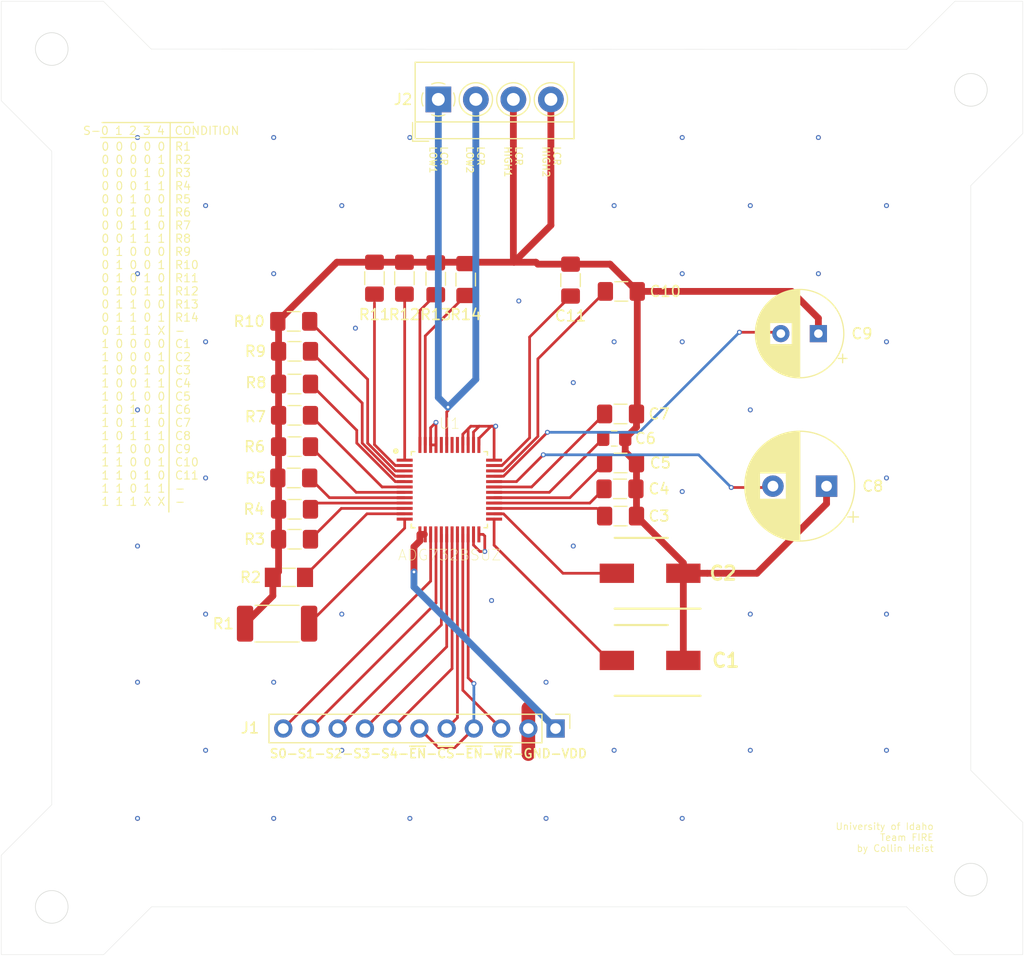
<source format=kicad_pcb>
(kicad_pcb (version 20171130) (host pcbnew "(5.1.4-0-10_14)")

  (general
    (thickness 1.6)
    (drawings 38)
    (tracks 229)
    (zones 0)
    (modules 28)
    (nets 38)
  )

  (page A4)
  (title_block
    (title "RC Test Circuit")
    (date 2019-11-18)
    (rev v1.0)
    (comment 4 "Author: Collin Heist")
  )

  (layers
    (0 F.Cu signal)
    (31 B.Cu signal)
    (32 B.Adhes user)
    (33 F.Adhes user)
    (34 B.Paste user hide)
    (35 F.Paste user)
    (36 B.SilkS user hide)
    (37 F.SilkS user)
    (38 B.Mask user)
    (39 F.Mask user)
    (40 Dwgs.User user hide)
    (41 Cmts.User user hide)
    (42 Eco1.User user hide)
    (43 Eco2.User user hide)
    (44 Edge.Cuts user)
    (45 Margin user hide)
    (46 B.CrtYd user hide)
    (47 F.CrtYd user hide)
    (48 B.Fab user)
    (49 F.Fab user hide)
  )

  (setup
    (last_trace_width 0.127)
    (user_trace_width 0.254)
    (user_trace_width 0.635)
    (user_trace_width 1.27)
    (user_trace_width 1.905)
    (user_trace_width 2.54)
    (trace_clearance 0.127)
    (zone_clearance 0.508)
    (zone_45_only no)
    (trace_min 0.127)
    (via_size 0.4572)
    (via_drill 0.254)
    (via_min_size 0.4572)
    (via_min_drill 0.254)
    (uvia_size 0.254)
    (uvia_drill 0.1016)
    (uvias_allowed no)
    (uvia_min_size 0)
    (uvia_min_drill 0)
    (edge_width 0.05)
    (segment_width 0.2)
    (pcb_text_width 0.3)
    (pcb_text_size 1.5 1.5)
    (mod_edge_width 0.12)
    (mod_text_size 1 1)
    (mod_text_width 0.15)
    (pad_size 3.50012 3.50012)
    (pad_drill 1.50114)
    (pad_to_mask_clearance 0.051)
    (solder_mask_min_width 0.25)
    (aux_axis_origin 0 0)
    (visible_elements FFFFFF7F)
    (pcbplotparams
      (layerselection 0x010eb_ffffffff)
      (usegerberextensions false)
      (usegerberattributes false)
      (usegerberadvancedattributes false)
      (creategerberjobfile false)
      (excludeedgelayer true)
      (linewidth 0.100000)
      (plotframeref false)
      (viasonmask false)
      (mode 1)
      (useauxorigin false)
      (hpglpennumber 1)
      (hpglpenspeed 20)
      (hpglpendiameter 15.000000)
      (psnegative false)
      (psa4output false)
      (plotreference true)
      (plotvalue true)
      (plotinvisibletext false)
      (padsonsilk false)
      (subtractmaskfromsilk false)
      (outputformat 1)
      (mirror false)
      (drillshape 0)
      (scaleselection 1)
      (outputdirectory "Outputs/Gerbers/"))
  )

  (net 0 "")
  (net 1 GND)
  (net 2 SELECT3)
  (net 3 SELECT2)
  (net 4 SELECT1)
  (net 5 SELECT0)
  (net 6 "Net-(C1-Pad2)")
  (net 7 "Net-(C2-Pad2)")
  (net 8 "Net-(C3-Pad2)")
  (net 9 "Net-(C4-Pad2)")
  (net 10 "Net-(C5-Pad2)")
  (net 11 "Net-(C6-Pad2)")
  (net 12 "Net-(C7-Pad2)")
  (net 13 "Net-(C8-Pad2)")
  (net 14 "Net-(C9-Pad2)")
  (net 15 "Net-(C10-Pad2)")
  (net 16 "Net-(C11-Pad2)")
  (net 17 SELECT4)
  (net 18 VDD)
  (net 19 "Net-(R1-Pad1)")
  (net 20 "Net-(R2-Pad1)")
  (net 21 "Net-(R3-Pad1)")
  (net 22 "Net-(R4-Pad1)")
  (net 23 "Net-(R5-Pad1)")
  (net 24 "Net-(R6-Pad1)")
  (net 25 "Net-(R7-Pad1)")
  (net 26 "Net-(R8-Pad1)")
  (net 27 "Net-(R9-Pad1)")
  (net 28 "Net-(R10-Pad1)")
  (net 29 "Net-(R11-Pad1)")
  (net 30 "Net-(R12-Pad1)")
  (net 31 "Net-(R13-Pad1)")
  (net 32 "Net-(R14-Pad1)")
  (net 33 ~WR)
  (net 34 ~EN)
  (net 35 ~CS)
  (net 36 LCR_HIGH1)
  (net 37 LCR_LOW1)

  (net_class Default "This is the default net class."
    (clearance 0.127)
    (trace_width 0.127)
    (via_dia 0.4572)
    (via_drill 0.254)
    (uvia_dia 0.254)
    (uvia_drill 0.1016)
    (add_net GND)
    (add_net LCR_HIGH1)
    (add_net LCR_LOW1)
    (add_net "Net-(C1-Pad2)")
    (add_net "Net-(C10-Pad2)")
    (add_net "Net-(C11-Pad2)")
    (add_net "Net-(C2-Pad2)")
    (add_net "Net-(C3-Pad2)")
    (add_net "Net-(C4-Pad2)")
    (add_net "Net-(C5-Pad2)")
    (add_net "Net-(C6-Pad2)")
    (add_net "Net-(C7-Pad2)")
    (add_net "Net-(C8-Pad2)")
    (add_net "Net-(C9-Pad2)")
    (add_net "Net-(R1-Pad1)")
    (add_net "Net-(R10-Pad1)")
    (add_net "Net-(R11-Pad1)")
    (add_net "Net-(R12-Pad1)")
    (add_net "Net-(R13-Pad1)")
    (add_net "Net-(R14-Pad1)")
    (add_net "Net-(R2-Pad1)")
    (add_net "Net-(R3-Pad1)")
    (add_net "Net-(R4-Pad1)")
    (add_net "Net-(R5-Pad1)")
    (add_net "Net-(R6-Pad1)")
    (add_net "Net-(R7-Pad1)")
    (add_net "Net-(R8-Pad1)")
    (add_net "Net-(R9-Pad1)")
    (add_net SELECT0)
    (add_net SELECT1)
    (add_net SELECT2)
    (add_net SELECT3)
    (add_net SELECT4)
    (add_net VDD)
    (add_net ~CS)
    (add_net ~EN)
    (add_net ~WR)
  )

  (module Resistor_SMD:R_1206_3216Metric_Pad1.42x1.75mm_HandSolder (layer F.Cu) (tedit 5DE93901) (tstamp 5DF39D22)
    (at 68.707 51.3445 90)
    (descr "Resistor SMD 1206 (3216 Metric), square (rectangular) end terminal, IPC_7351 nominal with elongated pad for handsoldering. (Body size source: http://www.tortai-tech.com/upload/download/2011102023233369053.pdf), generated with kicad-footprint-generator")
    (tags "resistor handsolder")
    (path /5DEE1E8B)
    (attr smd)
    (fp_text reference R14 (at -3.2655 0 180) (layer F.SilkS)
      (effects (font (size 1 1) (thickness 0.15)))
    )
    (fp_text value 10k (at 0 1.82 90) (layer F.Fab)
      (effects (font (size 1 1) (thickness 0.15)))
    )
    (fp_line (start -1.6 0.8) (end -1.6 -0.8) (layer F.Fab) (width 0.1))
    (fp_line (start -1.6 -0.8) (end 1.6 -0.8) (layer F.Fab) (width 0.1))
    (fp_line (start 1.6 -0.8) (end 1.6 0.8) (layer F.Fab) (width 0.1))
    (fp_line (start 1.6 0.8) (end -1.6 0.8) (layer F.Fab) (width 0.1))
    (fp_line (start -0.602064 -0.91) (end 0.602064 -0.91) (layer F.SilkS) (width 0.12))
    (fp_line (start -0.602064 0.91) (end 0.602064 0.91) (layer F.SilkS) (width 0.12))
    (fp_line (start -2.45 1.12) (end -2.45 -1.12) (layer F.CrtYd) (width 0.05))
    (fp_line (start -2.45 -1.12) (end 2.45 -1.12) (layer F.CrtYd) (width 0.05))
    (fp_line (start 2.45 -1.12) (end 2.45 1.12) (layer F.CrtYd) (width 0.05))
    (fp_line (start 2.45 1.12) (end -2.45 1.12) (layer F.CrtYd) (width 0.05))
    (fp_text user %R (at 0 0 90) (layer F.Fab)
      (effects (font (size 0.8 0.8) (thickness 0.12)))
    )
    (pad 1 smd roundrect (at -1.4875 0 90) (size 1.425 1.75) (layers F.Cu F.Paste F.Mask) (roundrect_rratio 0.175439)
      (net 32 "Net-(R14-Pad1)"))
    (pad 2 smd roundrect (at 1.4875 0 90) (size 1.425 1.75) (layers F.Cu F.Paste F.Mask) (roundrect_rratio 0.175439)
      (net 36 LCR_HIGH1))
    (model ${KISYS3DMOD}/Resistor_SMD.3dshapes/R_1206_3216Metric.wrl
      (at (xyz 0 0 0))
      (scale (xyz 1 1 1))
      (rotate (xyz 0 0 0))
    )
    (model "/Users/CollinHeist/Documents/Academia/AgMEQ Lab/KiCad Libraries/kicad-packages3D-5.1.4/Resistor_SMD.3dshapes/R_1206_3216Metric.step"
      (at (xyz 0 0 0))
      (scale (xyz 1 1 1))
      (rotate (xyz 0 0 0))
    )
  )

  (module EEH-ZA1E470V:CAPAE660X640N (layer F.Cu) (tedit 5DF2E896) (tstamp 5DF39A04)
    (at 85.904 86.868 180)
    (descr "EEH-ZA1E470V Package")
    (tags "Capacitor Polarised")
    (path /5DF9056D)
    (attr smd)
    (fp_text reference C1 (at -7.06 0) (layer F.SilkS)
      (effects (font (size 1.27 1.27) (thickness 0.254)))
    )
    (fp_text value 47u (at 0 0) (layer F.SilkS) hide
      (effects (font (size 1.27 1.27) (thickness 0.254)))
    )
    (fp_line (start -5.2 -3.9) (end 5.2 -3.9) (layer Dwgs.User) (width 0.05))
    (fp_line (start 5.2 -3.9) (end 5.2 3.9) (layer Dwgs.User) (width 0.05))
    (fp_line (start 5.2 3.9) (end -5.2 3.9) (layer Dwgs.User) (width 0.05))
    (fp_line (start -5.2 3.9) (end -5.2 -3.9) (layer Dwgs.User) (width 0.05))
    (fp_line (start 3.3 -3.3) (end -1.65 -3.3) (layer Dwgs.User) (width 0.1))
    (fp_line (start -1.65 -3.3) (end -3.3 -1.65) (layer Dwgs.User) (width 0.1))
    (fp_line (start -3.3 -1.65) (end -3.3 1.65) (layer Dwgs.User) (width 0.1))
    (fp_line (start -3.3 1.65) (end -1.65 3.3) (layer Dwgs.User) (width 0.1))
    (fp_line (start -1.65 3.3) (end 3.3 3.3) (layer Dwgs.User) (width 0.1))
    (fp_line (start 3.3 3.3) (end 3.3 -3.3) (layer Dwgs.User) (width 0.1))
    (fp_line (start -4.7 -3.3) (end 3.3 -3.3) (layer F.SilkS) (width 0.2))
    (fp_line (start -1.65 3.3) (end 3.3 3.3) (layer F.SilkS) (width 0.2))
    (pad 1 smd rect (at -3.1 0 270) (size 1.8 3.2) (layers F.Cu F.Paste F.Mask)
      (net 36 LCR_HIGH1))
    (pad 2 smd rect (at 3.1 0 270) (size 1.8 3.2) (layers F.Cu F.Paste F.Mask)
      (net 6 "Net-(C1-Pad2)"))
    (model "/Users/CollinHeist/Documents/Academia/AgMEQ Lab/KiCad Libraries/kicad-packages3D-5.1.4/Capacitor_SMD.3dshapes/CP_Elec_6.3x5.9.wrl"
      (at (xyz 0 0 0))
      (scale (xyz 1 1 1))
      (rotate (xyz 0 0 0))
    )
  )

  (module EEH-ZA1E470V:CAPAE660X640N (layer F.Cu) (tedit 5DF2E896) (tstamp 5DF39A16)
    (at 85.904 78.74 180)
    (descr "EEH-ZA1E470V Package")
    (tags "Capacitor Polarised")
    (path /5DFA826F)
    (attr smd)
    (fp_text reference C2 (at -6.806 0) (layer F.SilkS)
      (effects (font (size 1.27 1.27) (thickness 0.254)))
    )
    (fp_text value 47u (at 0 0) (layer F.SilkS) hide
      (effects (font (size 1.27 1.27) (thickness 0.254)))
    )
    (fp_line (start -1.65 3.3) (end 3.3 3.3) (layer F.SilkS) (width 0.2))
    (fp_line (start -4.7 -3.3) (end 3.3 -3.3) (layer F.SilkS) (width 0.2))
    (fp_line (start 3.3 3.3) (end 3.3 -3.3) (layer Dwgs.User) (width 0.1))
    (fp_line (start -1.65 3.3) (end 3.3 3.3) (layer Dwgs.User) (width 0.1))
    (fp_line (start -3.3 1.65) (end -1.65 3.3) (layer Dwgs.User) (width 0.1))
    (fp_line (start -3.3 -1.65) (end -3.3 1.65) (layer Dwgs.User) (width 0.1))
    (fp_line (start -1.65 -3.3) (end -3.3 -1.65) (layer Dwgs.User) (width 0.1))
    (fp_line (start 3.3 -3.3) (end -1.65 -3.3) (layer Dwgs.User) (width 0.1))
    (fp_line (start -5.2 3.9) (end -5.2 -3.9) (layer Dwgs.User) (width 0.05))
    (fp_line (start 5.2 3.9) (end -5.2 3.9) (layer Dwgs.User) (width 0.05))
    (fp_line (start 5.2 -3.9) (end 5.2 3.9) (layer Dwgs.User) (width 0.05))
    (fp_line (start -5.2 -3.9) (end 5.2 -3.9) (layer Dwgs.User) (width 0.05))
    (pad 2 smd rect (at 3.1 0 270) (size 1.8 3.2) (layers F.Cu F.Paste F.Mask)
      (net 7 "Net-(C2-Pad2)"))
    (pad 1 smd rect (at -3.1 0 270) (size 1.8 3.2) (layers F.Cu F.Paste F.Mask)
      (net 36 LCR_HIGH1))
    (model "/Users/CollinHeist/Documents/Academia/AgMEQ Lab/KiCad Libraries/kicad-packages3D-5.1.4/Capacitor_SMD.3dshapes/CP_Elec_6.3x5.9.wrl"
      (at (xyz 0 0 0))
      (scale (xyz 1 1 1))
      (rotate (xyz 0 0 0))
    )
  )

  (module Capacitor_SMD:C_1206_3216Metric_Pad1.42x1.75mm_HandSolder (layer F.Cu) (tedit 5B301BBE) (tstamp 5DF39A27)
    (at 83.1485 73.406 180)
    (descr "Capacitor SMD 1206 (3216 Metric), square (rectangular) end terminal, IPC_7351 nominal with elongated pad for handsoldering. (Body size source: http://www.tortai-tech.com/upload/download/2011102023233369053.pdf), generated with kicad-footprint-generator")
    (tags "capacitor handsolder")
    (path /5DFB0620)
    (attr smd)
    (fp_text reference C3 (at -3.5925 0) (layer F.SilkS)
      (effects (font (size 1 1) (thickness 0.15)))
    )
    (fp_text value 0.1u (at 0 1.82) (layer F.Fab)
      (effects (font (size 1 1) (thickness 0.15)))
    )
    (fp_text user %R (at 0 0) (layer F.Fab)
      (effects (font (size 0.8 0.8) (thickness 0.12)))
    )
    (fp_line (start 2.45 1.12) (end -2.45 1.12) (layer F.CrtYd) (width 0.05))
    (fp_line (start 2.45 -1.12) (end 2.45 1.12) (layer F.CrtYd) (width 0.05))
    (fp_line (start -2.45 -1.12) (end 2.45 -1.12) (layer F.CrtYd) (width 0.05))
    (fp_line (start -2.45 1.12) (end -2.45 -1.12) (layer F.CrtYd) (width 0.05))
    (fp_line (start -0.602064 0.91) (end 0.602064 0.91) (layer F.SilkS) (width 0.12))
    (fp_line (start -0.602064 -0.91) (end 0.602064 -0.91) (layer F.SilkS) (width 0.12))
    (fp_line (start 1.6 0.8) (end -1.6 0.8) (layer F.Fab) (width 0.1))
    (fp_line (start 1.6 -0.8) (end 1.6 0.8) (layer F.Fab) (width 0.1))
    (fp_line (start -1.6 -0.8) (end 1.6 -0.8) (layer F.Fab) (width 0.1))
    (fp_line (start -1.6 0.8) (end -1.6 -0.8) (layer F.Fab) (width 0.1))
    (pad 2 smd roundrect (at 1.4875 0 180) (size 1.425 1.75) (layers F.Cu F.Paste F.Mask) (roundrect_rratio 0.175439)
      (net 8 "Net-(C3-Pad2)"))
    (pad 1 smd roundrect (at -1.4875 0 180) (size 1.425 1.75) (layers F.Cu F.Paste F.Mask) (roundrect_rratio 0.175439)
      (net 36 LCR_HIGH1))
    (model ${KISYS3DMOD}/Capacitor_SMD.3dshapes/C_1206_3216Metric.wrl
      (at (xyz 0 0 0))
      (scale (xyz 1 1 1))
      (rotate (xyz 0 0 0))
    )
    (model "/Users/CollinHeist/Documents/Academia/AgMEQ Lab/KiCad Libraries/kicad-packages3D-5.1.4/Capacitor_SMD.3dshapes/C_1206_3216Metric.step"
      (at (xyz 0 0 0))
      (scale (xyz 1 1 1))
      (rotate (xyz 0 0 0))
    )
  )

  (module Capacitor_SMD:C_1206_3216Metric_Pad1.42x1.75mm_HandSolder (layer F.Cu) (tedit 5B301BBE) (tstamp 5DF39A38)
    (at 83.0945 70.866 180)
    (descr "Capacitor SMD 1206 (3216 Metric), square (rectangular) end terminal, IPC_7351 nominal with elongated pad for handsoldering. (Body size source: http://www.tortai-tech.com/upload/download/2011102023233369053.pdf), generated with kicad-footprint-generator")
    (tags "capacitor handsolder")
    (path /5DF91C19)
    (attr smd)
    (fp_text reference C4 (at -3.6465 0) (layer F.SilkS)
      (effects (font (size 1 1) (thickness 0.15)))
    )
    (fp_text value 0.1u (at 0 1.82) (layer F.Fab)
      (effects (font (size 1 1) (thickness 0.15)))
    )
    (fp_line (start -1.6 0.8) (end -1.6 -0.8) (layer F.Fab) (width 0.1))
    (fp_line (start -1.6 -0.8) (end 1.6 -0.8) (layer F.Fab) (width 0.1))
    (fp_line (start 1.6 -0.8) (end 1.6 0.8) (layer F.Fab) (width 0.1))
    (fp_line (start 1.6 0.8) (end -1.6 0.8) (layer F.Fab) (width 0.1))
    (fp_line (start -0.602064 -0.91) (end 0.602064 -0.91) (layer F.SilkS) (width 0.12))
    (fp_line (start -0.602064 0.91) (end 0.602064 0.91) (layer F.SilkS) (width 0.12))
    (fp_line (start -2.45 1.12) (end -2.45 -1.12) (layer F.CrtYd) (width 0.05))
    (fp_line (start -2.45 -1.12) (end 2.45 -1.12) (layer F.CrtYd) (width 0.05))
    (fp_line (start 2.45 -1.12) (end 2.45 1.12) (layer F.CrtYd) (width 0.05))
    (fp_line (start 2.45 1.12) (end -2.45 1.12) (layer F.CrtYd) (width 0.05))
    (fp_text user %R (at 0 0) (layer F.Fab)
      (effects (font (size 0.8 0.8) (thickness 0.12)))
    )
    (pad 1 smd roundrect (at -1.4875 0 180) (size 1.425 1.75) (layers F.Cu F.Paste F.Mask) (roundrect_rratio 0.175439)
      (net 36 LCR_HIGH1))
    (pad 2 smd roundrect (at 1.4875 0 180) (size 1.425 1.75) (layers F.Cu F.Paste F.Mask) (roundrect_rratio 0.175439)
      (net 9 "Net-(C4-Pad2)"))
    (model ${KISYS3DMOD}/Capacitor_SMD.3dshapes/C_1206_3216Metric.wrl
      (at (xyz 0 0 0))
      (scale (xyz 1 1 1))
      (rotate (xyz 0 0 0))
    )
    (model "/Users/CollinHeist/Documents/Academia/AgMEQ Lab/KiCad Libraries/kicad-packages3D-5.1.4/Capacitor_SMD.3dshapes/C_1206_3216Metric.step"
      (at (xyz 0 0 0))
      (scale (xyz 1 1 1))
      (rotate (xyz 0 0 0))
    )
  )

  (module Capacitor_SMD:C_1206_3216Metric_Pad1.42x1.75mm_HandSolder (layer F.Cu) (tedit 5B301BBE) (tstamp 5DF39A49)
    (at 83.1485 68.453 180)
    (descr "Capacitor SMD 1206 (3216 Metric), square (rectangular) end terminal, IPC_7351 nominal with elongated pad for handsoldering. (Body size source: http://www.tortai-tech.com/upload/download/2011102023233369053.pdf), generated with kicad-footprint-generator")
    (tags "capacitor handsolder")
    (path /5DF91F11)
    (attr smd)
    (fp_text reference C5 (at -3.7195 0) (layer F.SilkS)
      (effects (font (size 1 1) (thickness 0.15)))
    )
    (fp_text value 0.1u (at 0 1.82) (layer F.Fab)
      (effects (font (size 1 1) (thickness 0.15)))
    )
    (fp_text user %R (at 0 0) (layer F.Fab)
      (effects (font (size 0.8 0.8) (thickness 0.12)))
    )
    (fp_line (start 2.45 1.12) (end -2.45 1.12) (layer F.CrtYd) (width 0.05))
    (fp_line (start 2.45 -1.12) (end 2.45 1.12) (layer F.CrtYd) (width 0.05))
    (fp_line (start -2.45 -1.12) (end 2.45 -1.12) (layer F.CrtYd) (width 0.05))
    (fp_line (start -2.45 1.12) (end -2.45 -1.12) (layer F.CrtYd) (width 0.05))
    (fp_line (start -0.602064 0.91) (end 0.602064 0.91) (layer F.SilkS) (width 0.12))
    (fp_line (start -0.602064 -0.91) (end 0.602064 -0.91) (layer F.SilkS) (width 0.12))
    (fp_line (start 1.6 0.8) (end -1.6 0.8) (layer F.Fab) (width 0.1))
    (fp_line (start 1.6 -0.8) (end 1.6 0.8) (layer F.Fab) (width 0.1))
    (fp_line (start -1.6 -0.8) (end 1.6 -0.8) (layer F.Fab) (width 0.1))
    (fp_line (start -1.6 0.8) (end -1.6 -0.8) (layer F.Fab) (width 0.1))
    (pad 2 smd roundrect (at 1.4875 0 180) (size 1.425 1.75) (layers F.Cu F.Paste F.Mask) (roundrect_rratio 0.175439)
      (net 10 "Net-(C5-Pad2)"))
    (pad 1 smd roundrect (at -1.4875 0 180) (size 1.425 1.75) (layers F.Cu F.Paste F.Mask) (roundrect_rratio 0.175439)
      (net 36 LCR_HIGH1))
    (model ${KISYS3DMOD}/Capacitor_SMD.3dshapes/C_1206_3216Metric.wrl
      (at (xyz 0 0 0))
      (scale (xyz 1 1 1))
      (rotate (xyz 0 0 0))
    )
    (model "/Users/CollinHeist/Documents/Academia/AgMEQ Lab/KiCad Libraries/kicad-packages3D-5.1.4/Capacitor_SMD.3dshapes/C_1206_3216Metric.step"
      (at (xyz 0 0 0))
      (scale (xyz 1 1 1))
      (rotate (xyz 0 0 0))
    )
  )

  (module Capacitor_SMD:C_0805_2012Metric_Pad1.15x1.40mm_HandSolder (layer F.Cu) (tedit 5B36C52B) (tstamp 5DF39A5A)
    (at 82.559 66.167 180)
    (descr "Capacitor SMD 0805 (2012 Metric), square (rectangular) end terminal, IPC_7351 nominal with elongated pad for handsoldering. (Body size source: https://docs.google.com/spreadsheets/d/1BsfQQcO9C6DZCsRaXUlFlo91Tg2WpOkGARC1WS5S8t0/edit?usp=sharing), generated with kicad-footprint-generator")
    (tags "capacitor handsolder")
    (path /5DF92073)
    (attr smd)
    (fp_text reference C6 (at -2.912 0) (layer F.SilkS)
      (effects (font (size 1 1) (thickness 0.15)))
    )
    (fp_text value 0.1u (at 0 1.65) (layer F.Fab)
      (effects (font (size 1 1) (thickness 0.15)))
    )
    (fp_line (start -1 0.6) (end -1 -0.6) (layer F.Fab) (width 0.1))
    (fp_line (start -1 -0.6) (end 1 -0.6) (layer F.Fab) (width 0.1))
    (fp_line (start 1 -0.6) (end 1 0.6) (layer F.Fab) (width 0.1))
    (fp_line (start 1 0.6) (end -1 0.6) (layer F.Fab) (width 0.1))
    (fp_line (start -0.261252 -0.71) (end 0.261252 -0.71) (layer F.SilkS) (width 0.12))
    (fp_line (start -0.261252 0.71) (end 0.261252 0.71) (layer F.SilkS) (width 0.12))
    (fp_line (start -1.85 0.95) (end -1.85 -0.95) (layer F.CrtYd) (width 0.05))
    (fp_line (start -1.85 -0.95) (end 1.85 -0.95) (layer F.CrtYd) (width 0.05))
    (fp_line (start 1.85 -0.95) (end 1.85 0.95) (layer F.CrtYd) (width 0.05))
    (fp_line (start 1.85 0.95) (end -1.85 0.95) (layer F.CrtYd) (width 0.05))
    (fp_text user %R (at 0 0) (layer F.Fab)
      (effects (font (size 0.5 0.5) (thickness 0.08)))
    )
    (pad 1 smd roundrect (at -1.025 0 180) (size 1.15 1.4) (layers F.Cu F.Paste F.Mask) (roundrect_rratio 0.217391)
      (net 36 LCR_HIGH1))
    (pad 2 smd roundrect (at 1.025 0 180) (size 1.15 1.4) (layers F.Cu F.Paste F.Mask) (roundrect_rratio 0.217391)
      (net 11 "Net-(C6-Pad2)"))
    (model ${KISYS3DMOD}/Capacitor_SMD.3dshapes/C_0805_2012Metric.wrl
      (at (xyz 0 0 0))
      (scale (xyz 1 1 1))
      (rotate (xyz 0 0 0))
    )
    (model "/Users/CollinHeist/Documents/Academia/AgMEQ Lab/KiCad Libraries/kicad-packages3D-5.1.4/Capacitor_SMD.3dshapes/C_0805_2012Metric.step"
      (at (xyz 0 0 0))
      (scale (xyz 1 1 1))
      (rotate (xyz 0 0 0))
    )
  )

  (module Capacitor_SMD:C_1206_3216Metric_Pad1.42x1.75mm_HandSolder (layer F.Cu) (tedit 5B301BBE) (tstamp 5DF39A6B)
    (at 83.1485 63.881 180)
    (descr "Capacitor SMD 1206 (3216 Metric), square (rectangular) end terminal, IPC_7351 nominal with elongated pad for handsoldering. (Body size source: http://www.tortai-tech.com/upload/download/2011102023233369053.pdf), generated with kicad-footprint-generator")
    (tags "capacitor handsolder")
    (path /5DF92283)
    (attr smd)
    (fp_text reference C7 (at -3.5925 0) (layer F.SilkS)
      (effects (font (size 1 1) (thickness 0.15)))
    )
    (fp_text value 0.1u (at 0 1.82) (layer F.Fab)
      (effects (font (size 1 1) (thickness 0.15)))
    )
    (fp_line (start -1.6 0.8) (end -1.6 -0.8) (layer F.Fab) (width 0.1))
    (fp_line (start -1.6 -0.8) (end 1.6 -0.8) (layer F.Fab) (width 0.1))
    (fp_line (start 1.6 -0.8) (end 1.6 0.8) (layer F.Fab) (width 0.1))
    (fp_line (start 1.6 0.8) (end -1.6 0.8) (layer F.Fab) (width 0.1))
    (fp_line (start -0.602064 -0.91) (end 0.602064 -0.91) (layer F.SilkS) (width 0.12))
    (fp_line (start -0.602064 0.91) (end 0.602064 0.91) (layer F.SilkS) (width 0.12))
    (fp_line (start -2.45 1.12) (end -2.45 -1.12) (layer F.CrtYd) (width 0.05))
    (fp_line (start -2.45 -1.12) (end 2.45 -1.12) (layer F.CrtYd) (width 0.05))
    (fp_line (start 2.45 -1.12) (end 2.45 1.12) (layer F.CrtYd) (width 0.05))
    (fp_line (start 2.45 1.12) (end -2.45 1.12) (layer F.CrtYd) (width 0.05))
    (fp_text user %R (at 0 0) (layer F.Fab)
      (effects (font (size 0.8 0.8) (thickness 0.12)))
    )
    (pad 1 smd roundrect (at -1.4875 0 180) (size 1.425 1.75) (layers F.Cu F.Paste F.Mask) (roundrect_rratio 0.175439)
      (net 36 LCR_HIGH1))
    (pad 2 smd roundrect (at 1.4875 0 180) (size 1.425 1.75) (layers F.Cu F.Paste F.Mask) (roundrect_rratio 0.175439)
      (net 12 "Net-(C7-Pad2)"))
    (model ${KISYS3DMOD}/Capacitor_SMD.3dshapes/C_1206_3216Metric.wrl
      (at (xyz 0 0 0))
      (scale (xyz 1 1 1))
      (rotate (xyz 0 0 0))
    )
    (model "/Users/CollinHeist/Documents/Academia/AgMEQ Lab/KiCad Libraries/kicad-packages3D-5.1.4/Capacitor_SMD.3dshapes/C_1206_3216Metric.step"
      (at (xyz 0 0 0))
      (scale (xyz 1 1 1))
      (rotate (xyz 0 0 0))
    )
  )

  (module Capacitor_THT:CP_Radial_D10.0mm_P5.00mm (layer F.Cu) (tedit 5AE50EF1) (tstamp 5DF39B37)
    (at 102.362 70.612 180)
    (descr "CP, Radial series, Radial, pin pitch=5.00mm, , diameter=10mm, Electrolytic Capacitor")
    (tags "CP Radial series Radial pin pitch 5.00mm  diameter 10mm Electrolytic Capacitor")
    (path /5DFCB285)
    (fp_text reference C8 (at -4.318 0) (layer F.SilkS)
      (effects (font (size 1 1) (thickness 0.15)))
    )
    (fp_text value 10 (at 2.5 6.25) (layer F.Fab)
      (effects (font (size 1 1) (thickness 0.15)))
    )
    (fp_circle (center 2.5 0) (end 7.5 0) (layer F.Fab) (width 0.1))
    (fp_circle (center 2.5 0) (end 7.62 0) (layer F.SilkS) (width 0.12))
    (fp_circle (center 2.5 0) (end 7.75 0) (layer F.CrtYd) (width 0.05))
    (fp_line (start -1.788861 -2.1875) (end -0.788861 -2.1875) (layer F.Fab) (width 0.1))
    (fp_line (start -1.288861 -2.6875) (end -1.288861 -1.6875) (layer F.Fab) (width 0.1))
    (fp_line (start 2.5 -5.08) (end 2.5 5.08) (layer F.SilkS) (width 0.12))
    (fp_line (start 2.54 -5.08) (end 2.54 5.08) (layer F.SilkS) (width 0.12))
    (fp_line (start 2.58 -5.08) (end 2.58 5.08) (layer F.SilkS) (width 0.12))
    (fp_line (start 2.62 -5.079) (end 2.62 5.079) (layer F.SilkS) (width 0.12))
    (fp_line (start 2.66 -5.078) (end 2.66 5.078) (layer F.SilkS) (width 0.12))
    (fp_line (start 2.7 -5.077) (end 2.7 5.077) (layer F.SilkS) (width 0.12))
    (fp_line (start 2.74 -5.075) (end 2.74 5.075) (layer F.SilkS) (width 0.12))
    (fp_line (start 2.78 -5.073) (end 2.78 5.073) (layer F.SilkS) (width 0.12))
    (fp_line (start 2.82 -5.07) (end 2.82 5.07) (layer F.SilkS) (width 0.12))
    (fp_line (start 2.86 -5.068) (end 2.86 5.068) (layer F.SilkS) (width 0.12))
    (fp_line (start 2.9 -5.065) (end 2.9 5.065) (layer F.SilkS) (width 0.12))
    (fp_line (start 2.94 -5.062) (end 2.94 5.062) (layer F.SilkS) (width 0.12))
    (fp_line (start 2.98 -5.058) (end 2.98 5.058) (layer F.SilkS) (width 0.12))
    (fp_line (start 3.02 -5.054) (end 3.02 5.054) (layer F.SilkS) (width 0.12))
    (fp_line (start 3.06 -5.05) (end 3.06 5.05) (layer F.SilkS) (width 0.12))
    (fp_line (start 3.1 -5.045) (end 3.1 5.045) (layer F.SilkS) (width 0.12))
    (fp_line (start 3.14 -5.04) (end 3.14 5.04) (layer F.SilkS) (width 0.12))
    (fp_line (start 3.18 -5.035) (end 3.18 5.035) (layer F.SilkS) (width 0.12))
    (fp_line (start 3.221 -5.03) (end 3.221 5.03) (layer F.SilkS) (width 0.12))
    (fp_line (start 3.261 -5.024) (end 3.261 5.024) (layer F.SilkS) (width 0.12))
    (fp_line (start 3.301 -5.018) (end 3.301 5.018) (layer F.SilkS) (width 0.12))
    (fp_line (start 3.341 -5.011) (end 3.341 5.011) (layer F.SilkS) (width 0.12))
    (fp_line (start 3.381 -5.004) (end 3.381 5.004) (layer F.SilkS) (width 0.12))
    (fp_line (start 3.421 -4.997) (end 3.421 4.997) (layer F.SilkS) (width 0.12))
    (fp_line (start 3.461 -4.99) (end 3.461 4.99) (layer F.SilkS) (width 0.12))
    (fp_line (start 3.501 -4.982) (end 3.501 4.982) (layer F.SilkS) (width 0.12))
    (fp_line (start 3.541 -4.974) (end 3.541 4.974) (layer F.SilkS) (width 0.12))
    (fp_line (start 3.581 -4.965) (end 3.581 4.965) (layer F.SilkS) (width 0.12))
    (fp_line (start 3.621 -4.956) (end 3.621 4.956) (layer F.SilkS) (width 0.12))
    (fp_line (start 3.661 -4.947) (end 3.661 4.947) (layer F.SilkS) (width 0.12))
    (fp_line (start 3.701 -4.938) (end 3.701 4.938) (layer F.SilkS) (width 0.12))
    (fp_line (start 3.741 -4.928) (end 3.741 4.928) (layer F.SilkS) (width 0.12))
    (fp_line (start 3.781 -4.918) (end 3.781 -1.241) (layer F.SilkS) (width 0.12))
    (fp_line (start 3.781 1.241) (end 3.781 4.918) (layer F.SilkS) (width 0.12))
    (fp_line (start 3.821 -4.907) (end 3.821 -1.241) (layer F.SilkS) (width 0.12))
    (fp_line (start 3.821 1.241) (end 3.821 4.907) (layer F.SilkS) (width 0.12))
    (fp_line (start 3.861 -4.897) (end 3.861 -1.241) (layer F.SilkS) (width 0.12))
    (fp_line (start 3.861 1.241) (end 3.861 4.897) (layer F.SilkS) (width 0.12))
    (fp_line (start 3.901 -4.885) (end 3.901 -1.241) (layer F.SilkS) (width 0.12))
    (fp_line (start 3.901 1.241) (end 3.901 4.885) (layer F.SilkS) (width 0.12))
    (fp_line (start 3.941 -4.874) (end 3.941 -1.241) (layer F.SilkS) (width 0.12))
    (fp_line (start 3.941 1.241) (end 3.941 4.874) (layer F.SilkS) (width 0.12))
    (fp_line (start 3.981 -4.862) (end 3.981 -1.241) (layer F.SilkS) (width 0.12))
    (fp_line (start 3.981 1.241) (end 3.981 4.862) (layer F.SilkS) (width 0.12))
    (fp_line (start 4.021 -4.85) (end 4.021 -1.241) (layer F.SilkS) (width 0.12))
    (fp_line (start 4.021 1.241) (end 4.021 4.85) (layer F.SilkS) (width 0.12))
    (fp_line (start 4.061 -4.837) (end 4.061 -1.241) (layer F.SilkS) (width 0.12))
    (fp_line (start 4.061 1.241) (end 4.061 4.837) (layer F.SilkS) (width 0.12))
    (fp_line (start 4.101 -4.824) (end 4.101 -1.241) (layer F.SilkS) (width 0.12))
    (fp_line (start 4.101 1.241) (end 4.101 4.824) (layer F.SilkS) (width 0.12))
    (fp_line (start 4.141 -4.811) (end 4.141 -1.241) (layer F.SilkS) (width 0.12))
    (fp_line (start 4.141 1.241) (end 4.141 4.811) (layer F.SilkS) (width 0.12))
    (fp_line (start 4.181 -4.797) (end 4.181 -1.241) (layer F.SilkS) (width 0.12))
    (fp_line (start 4.181 1.241) (end 4.181 4.797) (layer F.SilkS) (width 0.12))
    (fp_line (start 4.221 -4.783) (end 4.221 -1.241) (layer F.SilkS) (width 0.12))
    (fp_line (start 4.221 1.241) (end 4.221 4.783) (layer F.SilkS) (width 0.12))
    (fp_line (start 4.261 -4.768) (end 4.261 -1.241) (layer F.SilkS) (width 0.12))
    (fp_line (start 4.261 1.241) (end 4.261 4.768) (layer F.SilkS) (width 0.12))
    (fp_line (start 4.301 -4.754) (end 4.301 -1.241) (layer F.SilkS) (width 0.12))
    (fp_line (start 4.301 1.241) (end 4.301 4.754) (layer F.SilkS) (width 0.12))
    (fp_line (start 4.341 -4.738) (end 4.341 -1.241) (layer F.SilkS) (width 0.12))
    (fp_line (start 4.341 1.241) (end 4.341 4.738) (layer F.SilkS) (width 0.12))
    (fp_line (start 4.381 -4.723) (end 4.381 -1.241) (layer F.SilkS) (width 0.12))
    (fp_line (start 4.381 1.241) (end 4.381 4.723) (layer F.SilkS) (width 0.12))
    (fp_line (start 4.421 -4.707) (end 4.421 -1.241) (layer F.SilkS) (width 0.12))
    (fp_line (start 4.421 1.241) (end 4.421 4.707) (layer F.SilkS) (width 0.12))
    (fp_line (start 4.461 -4.69) (end 4.461 -1.241) (layer F.SilkS) (width 0.12))
    (fp_line (start 4.461 1.241) (end 4.461 4.69) (layer F.SilkS) (width 0.12))
    (fp_line (start 4.501 -4.674) (end 4.501 -1.241) (layer F.SilkS) (width 0.12))
    (fp_line (start 4.501 1.241) (end 4.501 4.674) (layer F.SilkS) (width 0.12))
    (fp_line (start 4.541 -4.657) (end 4.541 -1.241) (layer F.SilkS) (width 0.12))
    (fp_line (start 4.541 1.241) (end 4.541 4.657) (layer F.SilkS) (width 0.12))
    (fp_line (start 4.581 -4.639) (end 4.581 -1.241) (layer F.SilkS) (width 0.12))
    (fp_line (start 4.581 1.241) (end 4.581 4.639) (layer F.SilkS) (width 0.12))
    (fp_line (start 4.621 -4.621) (end 4.621 -1.241) (layer F.SilkS) (width 0.12))
    (fp_line (start 4.621 1.241) (end 4.621 4.621) (layer F.SilkS) (width 0.12))
    (fp_line (start 4.661 -4.603) (end 4.661 -1.241) (layer F.SilkS) (width 0.12))
    (fp_line (start 4.661 1.241) (end 4.661 4.603) (layer F.SilkS) (width 0.12))
    (fp_line (start 4.701 -4.584) (end 4.701 -1.241) (layer F.SilkS) (width 0.12))
    (fp_line (start 4.701 1.241) (end 4.701 4.584) (layer F.SilkS) (width 0.12))
    (fp_line (start 4.741 -4.564) (end 4.741 -1.241) (layer F.SilkS) (width 0.12))
    (fp_line (start 4.741 1.241) (end 4.741 4.564) (layer F.SilkS) (width 0.12))
    (fp_line (start 4.781 -4.545) (end 4.781 -1.241) (layer F.SilkS) (width 0.12))
    (fp_line (start 4.781 1.241) (end 4.781 4.545) (layer F.SilkS) (width 0.12))
    (fp_line (start 4.821 -4.525) (end 4.821 -1.241) (layer F.SilkS) (width 0.12))
    (fp_line (start 4.821 1.241) (end 4.821 4.525) (layer F.SilkS) (width 0.12))
    (fp_line (start 4.861 -4.504) (end 4.861 -1.241) (layer F.SilkS) (width 0.12))
    (fp_line (start 4.861 1.241) (end 4.861 4.504) (layer F.SilkS) (width 0.12))
    (fp_line (start 4.901 -4.483) (end 4.901 -1.241) (layer F.SilkS) (width 0.12))
    (fp_line (start 4.901 1.241) (end 4.901 4.483) (layer F.SilkS) (width 0.12))
    (fp_line (start 4.941 -4.462) (end 4.941 -1.241) (layer F.SilkS) (width 0.12))
    (fp_line (start 4.941 1.241) (end 4.941 4.462) (layer F.SilkS) (width 0.12))
    (fp_line (start 4.981 -4.44) (end 4.981 -1.241) (layer F.SilkS) (width 0.12))
    (fp_line (start 4.981 1.241) (end 4.981 4.44) (layer F.SilkS) (width 0.12))
    (fp_line (start 5.021 -4.417) (end 5.021 -1.241) (layer F.SilkS) (width 0.12))
    (fp_line (start 5.021 1.241) (end 5.021 4.417) (layer F.SilkS) (width 0.12))
    (fp_line (start 5.061 -4.395) (end 5.061 -1.241) (layer F.SilkS) (width 0.12))
    (fp_line (start 5.061 1.241) (end 5.061 4.395) (layer F.SilkS) (width 0.12))
    (fp_line (start 5.101 -4.371) (end 5.101 -1.241) (layer F.SilkS) (width 0.12))
    (fp_line (start 5.101 1.241) (end 5.101 4.371) (layer F.SilkS) (width 0.12))
    (fp_line (start 5.141 -4.347) (end 5.141 -1.241) (layer F.SilkS) (width 0.12))
    (fp_line (start 5.141 1.241) (end 5.141 4.347) (layer F.SilkS) (width 0.12))
    (fp_line (start 5.181 -4.323) (end 5.181 -1.241) (layer F.SilkS) (width 0.12))
    (fp_line (start 5.181 1.241) (end 5.181 4.323) (layer F.SilkS) (width 0.12))
    (fp_line (start 5.221 -4.298) (end 5.221 -1.241) (layer F.SilkS) (width 0.12))
    (fp_line (start 5.221 1.241) (end 5.221 4.298) (layer F.SilkS) (width 0.12))
    (fp_line (start 5.261 -4.273) (end 5.261 -1.241) (layer F.SilkS) (width 0.12))
    (fp_line (start 5.261 1.241) (end 5.261 4.273) (layer F.SilkS) (width 0.12))
    (fp_line (start 5.301 -4.247) (end 5.301 -1.241) (layer F.SilkS) (width 0.12))
    (fp_line (start 5.301 1.241) (end 5.301 4.247) (layer F.SilkS) (width 0.12))
    (fp_line (start 5.341 -4.221) (end 5.341 -1.241) (layer F.SilkS) (width 0.12))
    (fp_line (start 5.341 1.241) (end 5.341 4.221) (layer F.SilkS) (width 0.12))
    (fp_line (start 5.381 -4.194) (end 5.381 -1.241) (layer F.SilkS) (width 0.12))
    (fp_line (start 5.381 1.241) (end 5.381 4.194) (layer F.SilkS) (width 0.12))
    (fp_line (start 5.421 -4.166) (end 5.421 -1.241) (layer F.SilkS) (width 0.12))
    (fp_line (start 5.421 1.241) (end 5.421 4.166) (layer F.SilkS) (width 0.12))
    (fp_line (start 5.461 -4.138) (end 5.461 -1.241) (layer F.SilkS) (width 0.12))
    (fp_line (start 5.461 1.241) (end 5.461 4.138) (layer F.SilkS) (width 0.12))
    (fp_line (start 5.501 -4.11) (end 5.501 -1.241) (layer F.SilkS) (width 0.12))
    (fp_line (start 5.501 1.241) (end 5.501 4.11) (layer F.SilkS) (width 0.12))
    (fp_line (start 5.541 -4.08) (end 5.541 -1.241) (layer F.SilkS) (width 0.12))
    (fp_line (start 5.541 1.241) (end 5.541 4.08) (layer F.SilkS) (width 0.12))
    (fp_line (start 5.581 -4.05) (end 5.581 -1.241) (layer F.SilkS) (width 0.12))
    (fp_line (start 5.581 1.241) (end 5.581 4.05) (layer F.SilkS) (width 0.12))
    (fp_line (start 5.621 -4.02) (end 5.621 -1.241) (layer F.SilkS) (width 0.12))
    (fp_line (start 5.621 1.241) (end 5.621 4.02) (layer F.SilkS) (width 0.12))
    (fp_line (start 5.661 -3.989) (end 5.661 -1.241) (layer F.SilkS) (width 0.12))
    (fp_line (start 5.661 1.241) (end 5.661 3.989) (layer F.SilkS) (width 0.12))
    (fp_line (start 5.701 -3.957) (end 5.701 -1.241) (layer F.SilkS) (width 0.12))
    (fp_line (start 5.701 1.241) (end 5.701 3.957) (layer F.SilkS) (width 0.12))
    (fp_line (start 5.741 -3.925) (end 5.741 -1.241) (layer F.SilkS) (width 0.12))
    (fp_line (start 5.741 1.241) (end 5.741 3.925) (layer F.SilkS) (width 0.12))
    (fp_line (start 5.781 -3.892) (end 5.781 -1.241) (layer F.SilkS) (width 0.12))
    (fp_line (start 5.781 1.241) (end 5.781 3.892) (layer F.SilkS) (width 0.12))
    (fp_line (start 5.821 -3.858) (end 5.821 -1.241) (layer F.SilkS) (width 0.12))
    (fp_line (start 5.821 1.241) (end 5.821 3.858) (layer F.SilkS) (width 0.12))
    (fp_line (start 5.861 -3.824) (end 5.861 -1.241) (layer F.SilkS) (width 0.12))
    (fp_line (start 5.861 1.241) (end 5.861 3.824) (layer F.SilkS) (width 0.12))
    (fp_line (start 5.901 -3.789) (end 5.901 -1.241) (layer F.SilkS) (width 0.12))
    (fp_line (start 5.901 1.241) (end 5.901 3.789) (layer F.SilkS) (width 0.12))
    (fp_line (start 5.941 -3.753) (end 5.941 -1.241) (layer F.SilkS) (width 0.12))
    (fp_line (start 5.941 1.241) (end 5.941 3.753) (layer F.SilkS) (width 0.12))
    (fp_line (start 5.981 -3.716) (end 5.981 -1.241) (layer F.SilkS) (width 0.12))
    (fp_line (start 5.981 1.241) (end 5.981 3.716) (layer F.SilkS) (width 0.12))
    (fp_line (start 6.021 -3.679) (end 6.021 -1.241) (layer F.SilkS) (width 0.12))
    (fp_line (start 6.021 1.241) (end 6.021 3.679) (layer F.SilkS) (width 0.12))
    (fp_line (start 6.061 -3.64) (end 6.061 -1.241) (layer F.SilkS) (width 0.12))
    (fp_line (start 6.061 1.241) (end 6.061 3.64) (layer F.SilkS) (width 0.12))
    (fp_line (start 6.101 -3.601) (end 6.101 -1.241) (layer F.SilkS) (width 0.12))
    (fp_line (start 6.101 1.241) (end 6.101 3.601) (layer F.SilkS) (width 0.12))
    (fp_line (start 6.141 -3.561) (end 6.141 -1.241) (layer F.SilkS) (width 0.12))
    (fp_line (start 6.141 1.241) (end 6.141 3.561) (layer F.SilkS) (width 0.12))
    (fp_line (start 6.181 -3.52) (end 6.181 -1.241) (layer F.SilkS) (width 0.12))
    (fp_line (start 6.181 1.241) (end 6.181 3.52) (layer F.SilkS) (width 0.12))
    (fp_line (start 6.221 -3.478) (end 6.221 -1.241) (layer F.SilkS) (width 0.12))
    (fp_line (start 6.221 1.241) (end 6.221 3.478) (layer F.SilkS) (width 0.12))
    (fp_line (start 6.261 -3.436) (end 6.261 3.436) (layer F.SilkS) (width 0.12))
    (fp_line (start 6.301 -3.392) (end 6.301 3.392) (layer F.SilkS) (width 0.12))
    (fp_line (start 6.341 -3.347) (end 6.341 3.347) (layer F.SilkS) (width 0.12))
    (fp_line (start 6.381 -3.301) (end 6.381 3.301) (layer F.SilkS) (width 0.12))
    (fp_line (start 6.421 -3.254) (end 6.421 3.254) (layer F.SilkS) (width 0.12))
    (fp_line (start 6.461 -3.206) (end 6.461 3.206) (layer F.SilkS) (width 0.12))
    (fp_line (start 6.501 -3.156) (end 6.501 3.156) (layer F.SilkS) (width 0.12))
    (fp_line (start 6.541 -3.106) (end 6.541 3.106) (layer F.SilkS) (width 0.12))
    (fp_line (start 6.581 -3.054) (end 6.581 3.054) (layer F.SilkS) (width 0.12))
    (fp_line (start 6.621 -3) (end 6.621 3) (layer F.SilkS) (width 0.12))
    (fp_line (start 6.661 -2.945) (end 6.661 2.945) (layer F.SilkS) (width 0.12))
    (fp_line (start 6.701 -2.889) (end 6.701 2.889) (layer F.SilkS) (width 0.12))
    (fp_line (start 6.741 -2.83) (end 6.741 2.83) (layer F.SilkS) (width 0.12))
    (fp_line (start 6.781 -2.77) (end 6.781 2.77) (layer F.SilkS) (width 0.12))
    (fp_line (start 6.821 -2.709) (end 6.821 2.709) (layer F.SilkS) (width 0.12))
    (fp_line (start 6.861 -2.645) (end 6.861 2.645) (layer F.SilkS) (width 0.12))
    (fp_line (start 6.901 -2.579) (end 6.901 2.579) (layer F.SilkS) (width 0.12))
    (fp_line (start 6.941 -2.51) (end 6.941 2.51) (layer F.SilkS) (width 0.12))
    (fp_line (start 6.981 -2.439) (end 6.981 2.439) (layer F.SilkS) (width 0.12))
    (fp_line (start 7.021 -2.365) (end 7.021 2.365) (layer F.SilkS) (width 0.12))
    (fp_line (start 7.061 -2.289) (end 7.061 2.289) (layer F.SilkS) (width 0.12))
    (fp_line (start 7.101 -2.209) (end 7.101 2.209) (layer F.SilkS) (width 0.12))
    (fp_line (start 7.141 -2.125) (end 7.141 2.125) (layer F.SilkS) (width 0.12))
    (fp_line (start 7.181 -2.037) (end 7.181 2.037) (layer F.SilkS) (width 0.12))
    (fp_line (start 7.221 -1.944) (end 7.221 1.944) (layer F.SilkS) (width 0.12))
    (fp_line (start 7.261 -1.846) (end 7.261 1.846) (layer F.SilkS) (width 0.12))
    (fp_line (start 7.301 -1.742) (end 7.301 1.742) (layer F.SilkS) (width 0.12))
    (fp_line (start 7.341 -1.63) (end 7.341 1.63) (layer F.SilkS) (width 0.12))
    (fp_line (start 7.381 -1.51) (end 7.381 1.51) (layer F.SilkS) (width 0.12))
    (fp_line (start 7.421 -1.378) (end 7.421 1.378) (layer F.SilkS) (width 0.12))
    (fp_line (start 7.461 -1.23) (end 7.461 1.23) (layer F.SilkS) (width 0.12))
    (fp_line (start 7.501 -1.062) (end 7.501 1.062) (layer F.SilkS) (width 0.12))
    (fp_line (start 7.541 -0.862) (end 7.541 0.862) (layer F.SilkS) (width 0.12))
    (fp_line (start 7.581 -0.599) (end 7.581 0.599) (layer F.SilkS) (width 0.12))
    (fp_line (start -2.979646 -2.875) (end -1.979646 -2.875) (layer F.SilkS) (width 0.12))
    (fp_line (start -2.479646 -3.375) (end -2.479646 -2.375) (layer F.SilkS) (width 0.12))
    (fp_text user %R (at 2.5 0) (layer F.Fab)
      (effects (font (size 1 1) (thickness 0.15)))
    )
    (pad 1 thru_hole rect (at 0 0 180) (size 2 2) (drill 1) (layers *.Cu *.Mask)
      (net 36 LCR_HIGH1))
    (pad 2 thru_hole circle (at 5 0 180) (size 2 2) (drill 1) (layers *.Cu *.Mask)
      (net 13 "Net-(C8-Pad2)"))
    (model ${KISYS3DMOD}/Capacitor_THT.3dshapes/CP_Radial_D10.0mm_P5.00mm.wrl
      (at (xyz 0 0 0))
      (scale (xyz 1 1 1))
      (rotate (xyz 0 0 0))
    )
    (model "/Users/CollinHeist/Documents/Academia/AgMEQ Lab/KiCad Libraries/kicad-packages3D-5.1.4/Capacitor_THT.3dshapes/C_Radial_D10.0mm_H12.5mm_P5.00mm.step"
      (at (xyz 0 0 0))
      (scale (xyz 1 1 1))
      (rotate (xyz 0 0 0))
    )
  )

  (module Capacitor_THT:CP_Radial_D8.0mm_P3.50mm (layer F.Cu) (tedit 5AE50EF0) (tstamp 5DF39BE0)
    (at 101.6 56.388 180)
    (descr "CP, Radial series, Radial, pin pitch=3.50mm, , diameter=8mm, Electrolytic Capacitor")
    (tags "CP Radial series Radial pin pitch 3.50mm  diameter 8mm Electrolytic Capacitor")
    (path /5DF925D2)
    (fp_text reference C9 (at -4.064 0) (layer F.SilkS)
      (effects (font (size 1 1) (thickness 0.15)))
    )
    (fp_text value 2.2 (at 1.75 5.25) (layer F.Fab)
      (effects (font (size 1 1) (thickness 0.15)))
    )
    (fp_circle (center 1.75 0) (end 5.75 0) (layer F.Fab) (width 0.1))
    (fp_circle (center 1.75 0) (end 5.87 0) (layer F.SilkS) (width 0.12))
    (fp_circle (center 1.75 0) (end 6 0) (layer F.CrtYd) (width 0.05))
    (fp_line (start -1.676759 -1.7475) (end -0.876759 -1.7475) (layer F.Fab) (width 0.1))
    (fp_line (start -1.276759 -2.1475) (end -1.276759 -1.3475) (layer F.Fab) (width 0.1))
    (fp_line (start 1.75 -4.08) (end 1.75 4.08) (layer F.SilkS) (width 0.12))
    (fp_line (start 1.79 -4.08) (end 1.79 4.08) (layer F.SilkS) (width 0.12))
    (fp_line (start 1.83 -4.08) (end 1.83 4.08) (layer F.SilkS) (width 0.12))
    (fp_line (start 1.87 -4.079) (end 1.87 4.079) (layer F.SilkS) (width 0.12))
    (fp_line (start 1.91 -4.077) (end 1.91 4.077) (layer F.SilkS) (width 0.12))
    (fp_line (start 1.95 -4.076) (end 1.95 4.076) (layer F.SilkS) (width 0.12))
    (fp_line (start 1.99 -4.074) (end 1.99 4.074) (layer F.SilkS) (width 0.12))
    (fp_line (start 2.03 -4.071) (end 2.03 4.071) (layer F.SilkS) (width 0.12))
    (fp_line (start 2.07 -4.068) (end 2.07 4.068) (layer F.SilkS) (width 0.12))
    (fp_line (start 2.11 -4.065) (end 2.11 4.065) (layer F.SilkS) (width 0.12))
    (fp_line (start 2.15 -4.061) (end 2.15 4.061) (layer F.SilkS) (width 0.12))
    (fp_line (start 2.19 -4.057) (end 2.19 4.057) (layer F.SilkS) (width 0.12))
    (fp_line (start 2.23 -4.052) (end 2.23 4.052) (layer F.SilkS) (width 0.12))
    (fp_line (start 2.27 -4.048) (end 2.27 4.048) (layer F.SilkS) (width 0.12))
    (fp_line (start 2.31 -4.042) (end 2.31 4.042) (layer F.SilkS) (width 0.12))
    (fp_line (start 2.35 -4.037) (end 2.35 4.037) (layer F.SilkS) (width 0.12))
    (fp_line (start 2.39 -4.03) (end 2.39 4.03) (layer F.SilkS) (width 0.12))
    (fp_line (start 2.43 -4.024) (end 2.43 4.024) (layer F.SilkS) (width 0.12))
    (fp_line (start 2.471 -4.017) (end 2.471 -1.04) (layer F.SilkS) (width 0.12))
    (fp_line (start 2.471 1.04) (end 2.471 4.017) (layer F.SilkS) (width 0.12))
    (fp_line (start 2.511 -4.01) (end 2.511 -1.04) (layer F.SilkS) (width 0.12))
    (fp_line (start 2.511 1.04) (end 2.511 4.01) (layer F.SilkS) (width 0.12))
    (fp_line (start 2.551 -4.002) (end 2.551 -1.04) (layer F.SilkS) (width 0.12))
    (fp_line (start 2.551 1.04) (end 2.551 4.002) (layer F.SilkS) (width 0.12))
    (fp_line (start 2.591 -3.994) (end 2.591 -1.04) (layer F.SilkS) (width 0.12))
    (fp_line (start 2.591 1.04) (end 2.591 3.994) (layer F.SilkS) (width 0.12))
    (fp_line (start 2.631 -3.985) (end 2.631 -1.04) (layer F.SilkS) (width 0.12))
    (fp_line (start 2.631 1.04) (end 2.631 3.985) (layer F.SilkS) (width 0.12))
    (fp_line (start 2.671 -3.976) (end 2.671 -1.04) (layer F.SilkS) (width 0.12))
    (fp_line (start 2.671 1.04) (end 2.671 3.976) (layer F.SilkS) (width 0.12))
    (fp_line (start 2.711 -3.967) (end 2.711 -1.04) (layer F.SilkS) (width 0.12))
    (fp_line (start 2.711 1.04) (end 2.711 3.967) (layer F.SilkS) (width 0.12))
    (fp_line (start 2.751 -3.957) (end 2.751 -1.04) (layer F.SilkS) (width 0.12))
    (fp_line (start 2.751 1.04) (end 2.751 3.957) (layer F.SilkS) (width 0.12))
    (fp_line (start 2.791 -3.947) (end 2.791 -1.04) (layer F.SilkS) (width 0.12))
    (fp_line (start 2.791 1.04) (end 2.791 3.947) (layer F.SilkS) (width 0.12))
    (fp_line (start 2.831 -3.936) (end 2.831 -1.04) (layer F.SilkS) (width 0.12))
    (fp_line (start 2.831 1.04) (end 2.831 3.936) (layer F.SilkS) (width 0.12))
    (fp_line (start 2.871 -3.925) (end 2.871 -1.04) (layer F.SilkS) (width 0.12))
    (fp_line (start 2.871 1.04) (end 2.871 3.925) (layer F.SilkS) (width 0.12))
    (fp_line (start 2.911 -3.914) (end 2.911 -1.04) (layer F.SilkS) (width 0.12))
    (fp_line (start 2.911 1.04) (end 2.911 3.914) (layer F.SilkS) (width 0.12))
    (fp_line (start 2.951 -3.902) (end 2.951 -1.04) (layer F.SilkS) (width 0.12))
    (fp_line (start 2.951 1.04) (end 2.951 3.902) (layer F.SilkS) (width 0.12))
    (fp_line (start 2.991 -3.889) (end 2.991 -1.04) (layer F.SilkS) (width 0.12))
    (fp_line (start 2.991 1.04) (end 2.991 3.889) (layer F.SilkS) (width 0.12))
    (fp_line (start 3.031 -3.877) (end 3.031 -1.04) (layer F.SilkS) (width 0.12))
    (fp_line (start 3.031 1.04) (end 3.031 3.877) (layer F.SilkS) (width 0.12))
    (fp_line (start 3.071 -3.863) (end 3.071 -1.04) (layer F.SilkS) (width 0.12))
    (fp_line (start 3.071 1.04) (end 3.071 3.863) (layer F.SilkS) (width 0.12))
    (fp_line (start 3.111 -3.85) (end 3.111 -1.04) (layer F.SilkS) (width 0.12))
    (fp_line (start 3.111 1.04) (end 3.111 3.85) (layer F.SilkS) (width 0.12))
    (fp_line (start 3.151 -3.835) (end 3.151 -1.04) (layer F.SilkS) (width 0.12))
    (fp_line (start 3.151 1.04) (end 3.151 3.835) (layer F.SilkS) (width 0.12))
    (fp_line (start 3.191 -3.821) (end 3.191 -1.04) (layer F.SilkS) (width 0.12))
    (fp_line (start 3.191 1.04) (end 3.191 3.821) (layer F.SilkS) (width 0.12))
    (fp_line (start 3.231 -3.805) (end 3.231 -1.04) (layer F.SilkS) (width 0.12))
    (fp_line (start 3.231 1.04) (end 3.231 3.805) (layer F.SilkS) (width 0.12))
    (fp_line (start 3.271 -3.79) (end 3.271 -1.04) (layer F.SilkS) (width 0.12))
    (fp_line (start 3.271 1.04) (end 3.271 3.79) (layer F.SilkS) (width 0.12))
    (fp_line (start 3.311 -3.774) (end 3.311 -1.04) (layer F.SilkS) (width 0.12))
    (fp_line (start 3.311 1.04) (end 3.311 3.774) (layer F.SilkS) (width 0.12))
    (fp_line (start 3.351 -3.757) (end 3.351 -1.04) (layer F.SilkS) (width 0.12))
    (fp_line (start 3.351 1.04) (end 3.351 3.757) (layer F.SilkS) (width 0.12))
    (fp_line (start 3.391 -3.74) (end 3.391 -1.04) (layer F.SilkS) (width 0.12))
    (fp_line (start 3.391 1.04) (end 3.391 3.74) (layer F.SilkS) (width 0.12))
    (fp_line (start 3.431 -3.722) (end 3.431 -1.04) (layer F.SilkS) (width 0.12))
    (fp_line (start 3.431 1.04) (end 3.431 3.722) (layer F.SilkS) (width 0.12))
    (fp_line (start 3.471 -3.704) (end 3.471 -1.04) (layer F.SilkS) (width 0.12))
    (fp_line (start 3.471 1.04) (end 3.471 3.704) (layer F.SilkS) (width 0.12))
    (fp_line (start 3.511 -3.686) (end 3.511 -1.04) (layer F.SilkS) (width 0.12))
    (fp_line (start 3.511 1.04) (end 3.511 3.686) (layer F.SilkS) (width 0.12))
    (fp_line (start 3.551 -3.666) (end 3.551 -1.04) (layer F.SilkS) (width 0.12))
    (fp_line (start 3.551 1.04) (end 3.551 3.666) (layer F.SilkS) (width 0.12))
    (fp_line (start 3.591 -3.647) (end 3.591 -1.04) (layer F.SilkS) (width 0.12))
    (fp_line (start 3.591 1.04) (end 3.591 3.647) (layer F.SilkS) (width 0.12))
    (fp_line (start 3.631 -3.627) (end 3.631 -1.04) (layer F.SilkS) (width 0.12))
    (fp_line (start 3.631 1.04) (end 3.631 3.627) (layer F.SilkS) (width 0.12))
    (fp_line (start 3.671 -3.606) (end 3.671 -1.04) (layer F.SilkS) (width 0.12))
    (fp_line (start 3.671 1.04) (end 3.671 3.606) (layer F.SilkS) (width 0.12))
    (fp_line (start 3.711 -3.584) (end 3.711 -1.04) (layer F.SilkS) (width 0.12))
    (fp_line (start 3.711 1.04) (end 3.711 3.584) (layer F.SilkS) (width 0.12))
    (fp_line (start 3.751 -3.562) (end 3.751 -1.04) (layer F.SilkS) (width 0.12))
    (fp_line (start 3.751 1.04) (end 3.751 3.562) (layer F.SilkS) (width 0.12))
    (fp_line (start 3.791 -3.54) (end 3.791 -1.04) (layer F.SilkS) (width 0.12))
    (fp_line (start 3.791 1.04) (end 3.791 3.54) (layer F.SilkS) (width 0.12))
    (fp_line (start 3.831 -3.517) (end 3.831 -1.04) (layer F.SilkS) (width 0.12))
    (fp_line (start 3.831 1.04) (end 3.831 3.517) (layer F.SilkS) (width 0.12))
    (fp_line (start 3.871 -3.493) (end 3.871 -1.04) (layer F.SilkS) (width 0.12))
    (fp_line (start 3.871 1.04) (end 3.871 3.493) (layer F.SilkS) (width 0.12))
    (fp_line (start 3.911 -3.469) (end 3.911 -1.04) (layer F.SilkS) (width 0.12))
    (fp_line (start 3.911 1.04) (end 3.911 3.469) (layer F.SilkS) (width 0.12))
    (fp_line (start 3.951 -3.444) (end 3.951 -1.04) (layer F.SilkS) (width 0.12))
    (fp_line (start 3.951 1.04) (end 3.951 3.444) (layer F.SilkS) (width 0.12))
    (fp_line (start 3.991 -3.418) (end 3.991 -1.04) (layer F.SilkS) (width 0.12))
    (fp_line (start 3.991 1.04) (end 3.991 3.418) (layer F.SilkS) (width 0.12))
    (fp_line (start 4.031 -3.392) (end 4.031 -1.04) (layer F.SilkS) (width 0.12))
    (fp_line (start 4.031 1.04) (end 4.031 3.392) (layer F.SilkS) (width 0.12))
    (fp_line (start 4.071 -3.365) (end 4.071 -1.04) (layer F.SilkS) (width 0.12))
    (fp_line (start 4.071 1.04) (end 4.071 3.365) (layer F.SilkS) (width 0.12))
    (fp_line (start 4.111 -3.338) (end 4.111 -1.04) (layer F.SilkS) (width 0.12))
    (fp_line (start 4.111 1.04) (end 4.111 3.338) (layer F.SilkS) (width 0.12))
    (fp_line (start 4.151 -3.309) (end 4.151 -1.04) (layer F.SilkS) (width 0.12))
    (fp_line (start 4.151 1.04) (end 4.151 3.309) (layer F.SilkS) (width 0.12))
    (fp_line (start 4.191 -3.28) (end 4.191 -1.04) (layer F.SilkS) (width 0.12))
    (fp_line (start 4.191 1.04) (end 4.191 3.28) (layer F.SilkS) (width 0.12))
    (fp_line (start 4.231 -3.25) (end 4.231 -1.04) (layer F.SilkS) (width 0.12))
    (fp_line (start 4.231 1.04) (end 4.231 3.25) (layer F.SilkS) (width 0.12))
    (fp_line (start 4.271 -3.22) (end 4.271 -1.04) (layer F.SilkS) (width 0.12))
    (fp_line (start 4.271 1.04) (end 4.271 3.22) (layer F.SilkS) (width 0.12))
    (fp_line (start 4.311 -3.189) (end 4.311 -1.04) (layer F.SilkS) (width 0.12))
    (fp_line (start 4.311 1.04) (end 4.311 3.189) (layer F.SilkS) (width 0.12))
    (fp_line (start 4.351 -3.156) (end 4.351 -1.04) (layer F.SilkS) (width 0.12))
    (fp_line (start 4.351 1.04) (end 4.351 3.156) (layer F.SilkS) (width 0.12))
    (fp_line (start 4.391 -3.124) (end 4.391 -1.04) (layer F.SilkS) (width 0.12))
    (fp_line (start 4.391 1.04) (end 4.391 3.124) (layer F.SilkS) (width 0.12))
    (fp_line (start 4.431 -3.09) (end 4.431 -1.04) (layer F.SilkS) (width 0.12))
    (fp_line (start 4.431 1.04) (end 4.431 3.09) (layer F.SilkS) (width 0.12))
    (fp_line (start 4.471 -3.055) (end 4.471 -1.04) (layer F.SilkS) (width 0.12))
    (fp_line (start 4.471 1.04) (end 4.471 3.055) (layer F.SilkS) (width 0.12))
    (fp_line (start 4.511 -3.019) (end 4.511 -1.04) (layer F.SilkS) (width 0.12))
    (fp_line (start 4.511 1.04) (end 4.511 3.019) (layer F.SilkS) (width 0.12))
    (fp_line (start 4.551 -2.983) (end 4.551 2.983) (layer F.SilkS) (width 0.12))
    (fp_line (start 4.591 -2.945) (end 4.591 2.945) (layer F.SilkS) (width 0.12))
    (fp_line (start 4.631 -2.907) (end 4.631 2.907) (layer F.SilkS) (width 0.12))
    (fp_line (start 4.671 -2.867) (end 4.671 2.867) (layer F.SilkS) (width 0.12))
    (fp_line (start 4.711 -2.826) (end 4.711 2.826) (layer F.SilkS) (width 0.12))
    (fp_line (start 4.751 -2.784) (end 4.751 2.784) (layer F.SilkS) (width 0.12))
    (fp_line (start 4.791 -2.741) (end 4.791 2.741) (layer F.SilkS) (width 0.12))
    (fp_line (start 4.831 -2.697) (end 4.831 2.697) (layer F.SilkS) (width 0.12))
    (fp_line (start 4.871 -2.651) (end 4.871 2.651) (layer F.SilkS) (width 0.12))
    (fp_line (start 4.911 -2.604) (end 4.911 2.604) (layer F.SilkS) (width 0.12))
    (fp_line (start 4.951 -2.556) (end 4.951 2.556) (layer F.SilkS) (width 0.12))
    (fp_line (start 4.991 -2.505) (end 4.991 2.505) (layer F.SilkS) (width 0.12))
    (fp_line (start 5.031 -2.454) (end 5.031 2.454) (layer F.SilkS) (width 0.12))
    (fp_line (start 5.071 -2.4) (end 5.071 2.4) (layer F.SilkS) (width 0.12))
    (fp_line (start 5.111 -2.345) (end 5.111 2.345) (layer F.SilkS) (width 0.12))
    (fp_line (start 5.151 -2.287) (end 5.151 2.287) (layer F.SilkS) (width 0.12))
    (fp_line (start 5.191 -2.228) (end 5.191 2.228) (layer F.SilkS) (width 0.12))
    (fp_line (start 5.231 -2.166) (end 5.231 2.166) (layer F.SilkS) (width 0.12))
    (fp_line (start 5.271 -2.102) (end 5.271 2.102) (layer F.SilkS) (width 0.12))
    (fp_line (start 5.311 -2.034) (end 5.311 2.034) (layer F.SilkS) (width 0.12))
    (fp_line (start 5.351 -1.964) (end 5.351 1.964) (layer F.SilkS) (width 0.12))
    (fp_line (start 5.391 -1.89) (end 5.391 1.89) (layer F.SilkS) (width 0.12))
    (fp_line (start 5.431 -1.813) (end 5.431 1.813) (layer F.SilkS) (width 0.12))
    (fp_line (start 5.471 -1.731) (end 5.471 1.731) (layer F.SilkS) (width 0.12))
    (fp_line (start 5.511 -1.645) (end 5.511 1.645) (layer F.SilkS) (width 0.12))
    (fp_line (start 5.551 -1.552) (end 5.551 1.552) (layer F.SilkS) (width 0.12))
    (fp_line (start 5.591 -1.453) (end 5.591 1.453) (layer F.SilkS) (width 0.12))
    (fp_line (start 5.631 -1.346) (end 5.631 1.346) (layer F.SilkS) (width 0.12))
    (fp_line (start 5.671 -1.229) (end 5.671 1.229) (layer F.SilkS) (width 0.12))
    (fp_line (start 5.711 -1.098) (end 5.711 1.098) (layer F.SilkS) (width 0.12))
    (fp_line (start 5.751 -0.948) (end 5.751 0.948) (layer F.SilkS) (width 0.12))
    (fp_line (start 5.791 -0.768) (end 5.791 0.768) (layer F.SilkS) (width 0.12))
    (fp_line (start 5.831 -0.533) (end 5.831 0.533) (layer F.SilkS) (width 0.12))
    (fp_line (start -2.659698 -2.315) (end -1.859698 -2.315) (layer F.SilkS) (width 0.12))
    (fp_line (start -2.259698 -2.715) (end -2.259698 -1.915) (layer F.SilkS) (width 0.12))
    (fp_text user %R (at 1.75 0) (layer F.Fab)
      (effects (font (size 1 1) (thickness 0.15)))
    )
    (pad 1 thru_hole rect (at 0 0 180) (size 1.6 1.6) (drill 0.8) (layers *.Cu *.Mask)
      (net 36 LCR_HIGH1))
    (pad 2 thru_hole circle (at 3.5 0 180) (size 1.6 1.6) (drill 0.8) (layers *.Cu *.Mask)
      (net 14 "Net-(C9-Pad2)"))
    (model ${KISYS3DMOD}/Capacitor_THT.3dshapes/CP_Radial_D8.0mm_P3.50mm.wrl
      (at (xyz 0 0 0))
      (scale (xyz 1 1 1))
      (rotate (xyz 0 0 0))
    )
    (model "/Users/CollinHeist/Documents/Academia/AgMEQ Lab/KiCad Libraries/kicad-packages3D-5.1.4/Capacitor_THT.3dshapes/C_Radial_D8.0mm_H11.5mm_P3.50mm.step"
      (at (xyz 0 0 0))
      (scale (xyz 1 1 1))
      (rotate (xyz 0 0 0))
    )
  )

  (module Capacitor_SMD:C_1206_3216Metric_Pad1.42x1.75mm_HandSolder (layer F.Cu) (tedit 5B301BBE) (tstamp 5DF39BF1)
    (at 83.2215 52.451 180)
    (descr "Capacitor SMD 1206 (3216 Metric), square (rectangular) end terminal, IPC_7351 nominal with elongated pad for handsoldering. (Body size source: http://www.tortai-tech.com/upload/download/2011102023233369053.pdf), generated with kicad-footprint-generator")
    (tags "capacitor handsolder")
    (path /5DFD296E)
    (attr smd)
    (fp_text reference C10 (at -4.1005 0) (layer F.SilkS)
      (effects (font (size 1 1) (thickness 0.15)))
    )
    (fp_text value 47u (at 0 1.82) (layer F.Fab)
      (effects (font (size 1 1) (thickness 0.15)))
    )
    (fp_line (start -1.6 0.8) (end -1.6 -0.8) (layer F.Fab) (width 0.1))
    (fp_line (start -1.6 -0.8) (end 1.6 -0.8) (layer F.Fab) (width 0.1))
    (fp_line (start 1.6 -0.8) (end 1.6 0.8) (layer F.Fab) (width 0.1))
    (fp_line (start 1.6 0.8) (end -1.6 0.8) (layer F.Fab) (width 0.1))
    (fp_line (start -0.602064 -0.91) (end 0.602064 -0.91) (layer F.SilkS) (width 0.12))
    (fp_line (start -0.602064 0.91) (end 0.602064 0.91) (layer F.SilkS) (width 0.12))
    (fp_line (start -2.45 1.12) (end -2.45 -1.12) (layer F.CrtYd) (width 0.05))
    (fp_line (start -2.45 -1.12) (end 2.45 -1.12) (layer F.CrtYd) (width 0.05))
    (fp_line (start 2.45 -1.12) (end 2.45 1.12) (layer F.CrtYd) (width 0.05))
    (fp_line (start 2.45 1.12) (end -2.45 1.12) (layer F.CrtYd) (width 0.05))
    (fp_text user %R (at 0 0) (layer F.Fab)
      (effects (font (size 0.8 0.8) (thickness 0.12)))
    )
    (pad 1 smd roundrect (at -1.4875 0 180) (size 1.425 1.75) (layers F.Cu F.Paste F.Mask) (roundrect_rratio 0.175439)
      (net 36 LCR_HIGH1))
    (pad 2 smd roundrect (at 1.4875 0 180) (size 1.425 1.75) (layers F.Cu F.Paste F.Mask) (roundrect_rratio 0.175439)
      (net 15 "Net-(C10-Pad2)"))
    (model ${KISYS3DMOD}/Capacitor_SMD.3dshapes/C_1206_3216Metric.wrl
      (at (xyz 0 0 0))
      (scale (xyz 1 1 1))
      (rotate (xyz 0 0 0))
    )
    (model "/Users/CollinHeist/Documents/Academia/AgMEQ Lab/KiCad Libraries/kicad-packages3D-5.1.4/Capacitor_SMD.3dshapes/C_1206_3216Metric.step"
      (at (xyz 0 0 0))
      (scale (xyz 1 1 1))
      (rotate (xyz 0 0 0))
    )
  )

  (module Capacitor_SMD:C_1206_3216Metric_Pad1.42x1.75mm_HandSolder (layer F.Cu) (tedit 5B301BBE) (tstamp 5DF39C02)
    (at 78.486 51.3985 270)
    (descr "Capacitor SMD 1206 (3216 Metric), square (rectangular) end terminal, IPC_7351 nominal with elongated pad for handsoldering. (Body size source: http://www.tortai-tech.com/upload/download/2011102023233369053.pdf), generated with kicad-footprint-generator")
    (tags "capacitor handsolder")
    (path /5DFD297F)
    (attr smd)
    (fp_text reference C11 (at 3.3385 0 180) (layer F.SilkS)
      (effects (font (size 1 1) (thickness 0.15)))
    )
    (fp_text value 47u (at 0 1.82 90) (layer F.Fab)
      (effects (font (size 1 1) (thickness 0.15)))
    )
    (fp_text user %R (at 0 0 90) (layer F.Fab)
      (effects (font (size 0.8 0.8) (thickness 0.12)))
    )
    (fp_line (start 2.45 1.12) (end -2.45 1.12) (layer F.CrtYd) (width 0.05))
    (fp_line (start 2.45 -1.12) (end 2.45 1.12) (layer F.CrtYd) (width 0.05))
    (fp_line (start -2.45 -1.12) (end 2.45 -1.12) (layer F.CrtYd) (width 0.05))
    (fp_line (start -2.45 1.12) (end -2.45 -1.12) (layer F.CrtYd) (width 0.05))
    (fp_line (start -0.602064 0.91) (end 0.602064 0.91) (layer F.SilkS) (width 0.12))
    (fp_line (start -0.602064 -0.91) (end 0.602064 -0.91) (layer F.SilkS) (width 0.12))
    (fp_line (start 1.6 0.8) (end -1.6 0.8) (layer F.Fab) (width 0.1))
    (fp_line (start 1.6 -0.8) (end 1.6 0.8) (layer F.Fab) (width 0.1))
    (fp_line (start -1.6 -0.8) (end 1.6 -0.8) (layer F.Fab) (width 0.1))
    (fp_line (start -1.6 0.8) (end -1.6 -0.8) (layer F.Fab) (width 0.1))
    (pad 2 smd roundrect (at 1.4875 0 270) (size 1.425 1.75) (layers F.Cu F.Paste F.Mask) (roundrect_rratio 0.175439)
      (net 16 "Net-(C11-Pad2)"))
    (pad 1 smd roundrect (at -1.4875 0 270) (size 1.425 1.75) (layers F.Cu F.Paste F.Mask) (roundrect_rratio 0.175439)
      (net 36 LCR_HIGH1))
    (model ${KISYS3DMOD}/Capacitor_SMD.3dshapes/C_1206_3216Metric.wrl
      (at (xyz 0 0 0))
      (scale (xyz 1 1 1))
      (rotate (xyz 0 0 0))
    )
    (model "/Users/CollinHeist/Documents/Academia/AgMEQ Lab/KiCad Libraries/kicad-packages3D-5.1.4/Capacitor_SMD.3dshapes/C_1206_3216Metric.step"
      (at (xyz 0 0 0))
      (scale (xyz 1 1 1))
      (rotate (xyz 0 0 0))
    )
  )

  (module Resistor_SMD:R_2512_6332Metric_Pad1.52x3.35mm_HandSolder (layer F.Cu) (tedit 5B301BBD) (tstamp 5DF39C45)
    (at 51.1145 83.439 180)
    (descr "Resistor SMD 2512 (6332 Metric), square (rectangular) end terminal, IPC_7351 nominal with elongated pad for handsoldering. (Body size source: http://www.tortai-tech.com/upload/download/2011102023233369053.pdf), generated with kicad-footprint-generator")
    (tags "resistor handsolder")
    (path /5DE95C9F)
    (attr smd)
    (fp_text reference R1 (at 5.0195 0) (layer F.SilkS)
      (effects (font (size 1 1) (thickness 0.15)))
    )
    (fp_text value 1.5k (at 0 2.62) (layer F.Fab)
      (effects (font (size 1 1) (thickness 0.15)))
    )
    (fp_line (start -3.15 1.6) (end -3.15 -1.6) (layer F.Fab) (width 0.1))
    (fp_line (start -3.15 -1.6) (end 3.15 -1.6) (layer F.Fab) (width 0.1))
    (fp_line (start 3.15 -1.6) (end 3.15 1.6) (layer F.Fab) (width 0.1))
    (fp_line (start 3.15 1.6) (end -3.15 1.6) (layer F.Fab) (width 0.1))
    (fp_line (start -2.052064 -1.71) (end 2.052064 -1.71) (layer F.SilkS) (width 0.12))
    (fp_line (start -2.052064 1.71) (end 2.052064 1.71) (layer F.SilkS) (width 0.12))
    (fp_line (start -4 1.92) (end -4 -1.92) (layer F.CrtYd) (width 0.05))
    (fp_line (start -4 -1.92) (end 4 -1.92) (layer F.CrtYd) (width 0.05))
    (fp_line (start 4 -1.92) (end 4 1.92) (layer F.CrtYd) (width 0.05))
    (fp_line (start 4 1.92) (end -4 1.92) (layer F.CrtYd) (width 0.05))
    (fp_text user %R (at 0 0) (layer F.Fab)
      (effects (font (size 1 1) (thickness 0.15)))
    )
    (pad 1 smd roundrect (at -2.9875 0 180) (size 1.525 3.35) (layers F.Cu F.Paste F.Mask) (roundrect_rratio 0.163934)
      (net 19 "Net-(R1-Pad1)"))
    (pad 2 smd roundrect (at 2.9875 0 180) (size 1.525 3.35) (layers F.Cu F.Paste F.Mask) (roundrect_rratio 0.163934)
      (net 36 LCR_HIGH1))
    (model ${KISYS3DMOD}/Resistor_SMD.3dshapes/R_2512_6332Metric.wrl
      (at (xyz 0 0 0))
      (scale (xyz 1 1 1))
      (rotate (xyz 0 0 0))
    )
    (model "/Users/CollinHeist/Documents/Academia/AgMEQ Lab/KiCad Libraries/kicad-packages3D-5.1.4/Resistor_SMD.3dshapes/R_2512_6332Metric.step"
      (at (xyz 0 0 0))
      (scale (xyz 1 1 1))
      (rotate (xyz 0 0 0))
    )
  )

  (module Resistor_SMD:R_1206_3216Metric_Pad1.42x1.75mm_HandSolder (layer F.Cu) (tedit 5DE93901) (tstamp 5DF39C67)
    (at 52.7415 75.565 180)
    (descr "Resistor SMD 1206 (3216 Metric), square (rectangular) end terminal, IPC_7351 nominal with elongated pad for handsoldering. (Body size source: http://www.tortai-tech.com/upload/download/2011102023233369053.pdf), generated with kicad-footprint-generator")
    (tags "resistor handsolder")
    (path /5DEC4345)
    (attr smd)
    (fp_text reference R3 (at 3.7195 0) (layer F.SilkS)
      (effects (font (size 1 1) (thickness 0.15)))
    )
    (fp_text value 1k (at 0 1.82) (layer F.Fab)
      (effects (font (size 1 1) (thickness 0.15)))
    )
    (fp_line (start -1.6 0.8) (end -1.6 -0.8) (layer F.Fab) (width 0.1))
    (fp_line (start -1.6 -0.8) (end 1.6 -0.8) (layer F.Fab) (width 0.1))
    (fp_line (start 1.6 -0.8) (end 1.6 0.8) (layer F.Fab) (width 0.1))
    (fp_line (start 1.6 0.8) (end -1.6 0.8) (layer F.Fab) (width 0.1))
    (fp_line (start -0.602064 -0.91) (end 0.602064 -0.91) (layer F.SilkS) (width 0.12))
    (fp_line (start -0.602064 0.91) (end 0.602064 0.91) (layer F.SilkS) (width 0.12))
    (fp_line (start -2.45 1.12) (end -2.45 -1.12) (layer F.CrtYd) (width 0.05))
    (fp_line (start -2.45 -1.12) (end 2.45 -1.12) (layer F.CrtYd) (width 0.05))
    (fp_line (start 2.45 -1.12) (end 2.45 1.12) (layer F.CrtYd) (width 0.05))
    (fp_line (start 2.45 1.12) (end -2.45 1.12) (layer F.CrtYd) (width 0.05))
    (fp_text user %R (at 0 0) (layer F.Fab)
      (effects (font (size 0.8 0.8) (thickness 0.12)))
    )
    (pad 1 smd roundrect (at -1.4875 0 180) (size 1.425 1.75) (layers F.Cu F.Paste F.Mask) (roundrect_rratio 0.175439)
      (net 21 "Net-(R3-Pad1)"))
    (pad 2 smd roundrect (at 1.4875 0 180) (size 1.425 1.75) (layers F.Cu F.Paste F.Mask) (roundrect_rratio 0.175439)
      (net 36 LCR_HIGH1))
    (model ${KISYS3DMOD}/Resistor_SMD.3dshapes/R_1206_3216Metric.wrl
      (at (xyz 0 0 0))
      (scale (xyz 1 1 1))
      (rotate (xyz 0 0 0))
    )
    (model "/Users/CollinHeist/Documents/Academia/AgMEQ Lab/KiCad Libraries/kicad-packages3D-5.1.4/Resistor_SMD.3dshapes/R_1206_3216Metric.step"
      (at (xyz 0 0 0))
      (scale (xyz 1 1 1))
      (rotate (xyz 0 0 0))
    )
  )

  (module Resistor_SMD:R_1206_3216Metric_Pad1.42x1.75mm_HandSolder (layer F.Cu) (tedit 5DE93901) (tstamp 5DF39C78)
    (at 52.7415 72.771 180)
    (descr "Resistor SMD 1206 (3216 Metric), square (rectangular) end terminal, IPC_7351 nominal with elongated pad for handsoldering. (Body size source: http://www.tortai-tech.com/upload/download/2011102023233369053.pdf), generated with kicad-footprint-generator")
    (tags "resistor handsolder")
    (path /5DEC510B)
    (attr smd)
    (fp_text reference R4 (at 3.7735 0) (layer F.SilkS)
      (effects (font (size 1 1) (thickness 0.15)))
    )
    (fp_text value 1k (at 0 1.82) (layer F.Fab)
      (effects (font (size 1 1) (thickness 0.15)))
    )
    (fp_text user %R (at 0 0) (layer F.Fab)
      (effects (font (size 0.8 0.8) (thickness 0.12)))
    )
    (fp_line (start 2.45 1.12) (end -2.45 1.12) (layer F.CrtYd) (width 0.05))
    (fp_line (start 2.45 -1.12) (end 2.45 1.12) (layer F.CrtYd) (width 0.05))
    (fp_line (start -2.45 -1.12) (end 2.45 -1.12) (layer F.CrtYd) (width 0.05))
    (fp_line (start -2.45 1.12) (end -2.45 -1.12) (layer F.CrtYd) (width 0.05))
    (fp_line (start -0.602064 0.91) (end 0.602064 0.91) (layer F.SilkS) (width 0.12))
    (fp_line (start -0.602064 -0.91) (end 0.602064 -0.91) (layer F.SilkS) (width 0.12))
    (fp_line (start 1.6 0.8) (end -1.6 0.8) (layer F.Fab) (width 0.1))
    (fp_line (start 1.6 -0.8) (end 1.6 0.8) (layer F.Fab) (width 0.1))
    (fp_line (start -1.6 -0.8) (end 1.6 -0.8) (layer F.Fab) (width 0.1))
    (fp_line (start -1.6 0.8) (end -1.6 -0.8) (layer F.Fab) (width 0.1))
    (pad 2 smd roundrect (at 1.4875 0 180) (size 1.425 1.75) (layers F.Cu F.Paste F.Mask) (roundrect_rratio 0.175439)
      (net 36 LCR_HIGH1))
    (pad 1 smd roundrect (at -1.4875 0 180) (size 1.425 1.75) (layers F.Cu F.Paste F.Mask) (roundrect_rratio 0.175439)
      (net 22 "Net-(R4-Pad1)"))
    (model ${KISYS3DMOD}/Resistor_SMD.3dshapes/R_1206_3216Metric.wrl
      (at (xyz 0 0 0))
      (scale (xyz 1 1 1))
      (rotate (xyz 0 0 0))
    )
    (model "/Users/CollinHeist/Documents/Academia/AgMEQ Lab/KiCad Libraries/kicad-packages3D-5.1.4/Resistor_SMD.3dshapes/R_1206_3216Metric.step"
      (at (xyz 0 0 0))
      (scale (xyz 1 1 1))
      (rotate (xyz 0 0 0))
    )
  )

  (module Resistor_SMD:R_1206_3216Metric_Pad1.42x1.75mm_HandSolder (layer F.Cu) (tedit 5DE93901) (tstamp 5DF39C89)
    (at 52.6685 69.85 180)
    (descr "Resistor SMD 1206 (3216 Metric), square (rectangular) end terminal, IPC_7351 nominal with elongated pad for handsoldering. (Body size source: http://www.tortai-tech.com/upload/download/2011102023233369053.pdf), generated with kicad-footprint-generator")
    (tags "resistor handsolder")
    (path /5DEC55EC)
    (attr smd)
    (fp_text reference R5 (at 3.5703 -0.0254) (layer F.SilkS)
      (effects (font (size 1 1) (thickness 0.15)))
    )
    (fp_text value 1k (at 0 1.82) (layer F.Fab)
      (effects (font (size 1 1) (thickness 0.15)))
    )
    (fp_line (start -1.6 0.8) (end -1.6 -0.8) (layer F.Fab) (width 0.1))
    (fp_line (start -1.6 -0.8) (end 1.6 -0.8) (layer F.Fab) (width 0.1))
    (fp_line (start 1.6 -0.8) (end 1.6 0.8) (layer F.Fab) (width 0.1))
    (fp_line (start 1.6 0.8) (end -1.6 0.8) (layer F.Fab) (width 0.1))
    (fp_line (start -0.602064 -0.91) (end 0.602064 -0.91) (layer F.SilkS) (width 0.12))
    (fp_line (start -0.602064 0.91) (end 0.602064 0.91) (layer F.SilkS) (width 0.12))
    (fp_line (start -2.45 1.12) (end -2.45 -1.12) (layer F.CrtYd) (width 0.05))
    (fp_line (start -2.45 -1.12) (end 2.45 -1.12) (layer F.CrtYd) (width 0.05))
    (fp_line (start 2.45 -1.12) (end 2.45 1.12) (layer F.CrtYd) (width 0.05))
    (fp_line (start 2.45 1.12) (end -2.45 1.12) (layer F.CrtYd) (width 0.05))
    (fp_text user %R (at 0 0) (layer F.Fab)
      (effects (font (size 0.8 0.8) (thickness 0.12)))
    )
    (pad 1 smd roundrect (at -1.4875 0 180) (size 1.425 1.75) (layers F.Cu F.Paste F.Mask) (roundrect_rratio 0.175439)
      (net 23 "Net-(R5-Pad1)"))
    (pad 2 smd roundrect (at 1.4875 0 180) (size 1.425 1.75) (layers F.Cu F.Paste F.Mask) (roundrect_rratio 0.175439)
      (net 36 LCR_HIGH1))
    (model ${KISYS3DMOD}/Resistor_SMD.3dshapes/R_1206_3216Metric.wrl
      (at (xyz 0 0 0))
      (scale (xyz 1 1 1))
      (rotate (xyz 0 0 0))
    )
    (model "/Users/CollinHeist/Documents/Academia/AgMEQ Lab/KiCad Libraries/kicad-packages3D-5.1.4/Resistor_SMD.3dshapes/R_1206_3216Metric.step"
      (at (xyz 0 0 0))
      (scale (xyz 1 1 1))
      (rotate (xyz 0 0 0))
    )
  )

  (module Resistor_SMD:R_1206_3216Metric_Pad1.42x1.75mm_HandSolder (layer F.Cu) (tedit 5DE93901) (tstamp 5DF39C9A)
    (at 52.7415 66.929 180)
    (descr "Resistor SMD 1206 (3216 Metric), square (rectangular) end terminal, IPC_7351 nominal with elongated pad for handsoldering. (Body size source: http://www.tortai-tech.com/upload/download/2011102023233369053.pdf), generated with kicad-footprint-generator")
    (tags "resistor handsolder")
    (path /5DECAE4A)
    (attr smd)
    (fp_text reference R6 (at 3.7195 0) (layer F.SilkS)
      (effects (font (size 1 1) (thickness 0.15)))
    )
    (fp_text value 20m (at 0 1.82) (layer F.Fab)
      (effects (font (size 1 1) (thickness 0.15)))
    )
    (fp_line (start -1.6 0.8) (end -1.6 -0.8) (layer F.Fab) (width 0.1))
    (fp_line (start -1.6 -0.8) (end 1.6 -0.8) (layer F.Fab) (width 0.1))
    (fp_line (start 1.6 -0.8) (end 1.6 0.8) (layer F.Fab) (width 0.1))
    (fp_line (start 1.6 0.8) (end -1.6 0.8) (layer F.Fab) (width 0.1))
    (fp_line (start -0.602064 -0.91) (end 0.602064 -0.91) (layer F.SilkS) (width 0.12))
    (fp_line (start -0.602064 0.91) (end 0.602064 0.91) (layer F.SilkS) (width 0.12))
    (fp_line (start -2.45 1.12) (end -2.45 -1.12) (layer F.CrtYd) (width 0.05))
    (fp_line (start -2.45 -1.12) (end 2.45 -1.12) (layer F.CrtYd) (width 0.05))
    (fp_line (start 2.45 -1.12) (end 2.45 1.12) (layer F.CrtYd) (width 0.05))
    (fp_line (start 2.45 1.12) (end -2.45 1.12) (layer F.CrtYd) (width 0.05))
    (fp_text user %R (at 0 0) (layer F.Fab)
      (effects (font (size 0.8 0.8) (thickness 0.12)))
    )
    (pad 1 smd roundrect (at -1.4875 0 180) (size 1.425 1.75) (layers F.Cu F.Paste F.Mask) (roundrect_rratio 0.175439)
      (net 24 "Net-(R6-Pad1)"))
    (pad 2 smd roundrect (at 1.4875 0 180) (size 1.425 1.75) (layers F.Cu F.Paste F.Mask) (roundrect_rratio 0.175439)
      (net 36 LCR_HIGH1))
    (model ${KISYS3DMOD}/Resistor_SMD.3dshapes/R_1206_3216Metric.wrl
      (at (xyz 0 0 0))
      (scale (xyz 1 1 1))
      (rotate (xyz 0 0 0))
    )
    (model "/Users/CollinHeist/Documents/Academia/AgMEQ Lab/KiCad Libraries/kicad-packages3D-5.1.4/Resistor_SMD.3dshapes/R_1206_3216Metric.step"
      (at (xyz 0 0 0))
      (scale (xyz 1 1 1))
      (rotate (xyz 0 0 0))
    )
  )

  (module Resistor_SMD:R_1206_3216Metric_Pad1.42x1.75mm_HandSolder (layer F.Cu) (tedit 5DE93901) (tstamp 5DF39CAB)
    (at 52.7415 64.008 180)
    (descr "Resistor SMD 1206 (3216 Metric), square (rectangular) end terminal, IPC_7351 nominal with elongated pad for handsoldering. (Body size source: http://www.tortai-tech.com/upload/download/2011102023233369053.pdf), generated with kicad-footprint-generator")
    (tags "resistor handsolder")
    (path /5DECB27F)
    (attr smd)
    (fp_text reference R7 (at 3.6465 -0.127) (layer F.SilkS)
      (effects (font (size 1 1) (thickness 0.15)))
    )
    (fp_text value 470m (at 0 1.82) (layer F.Fab)
      (effects (font (size 1 1) (thickness 0.15)))
    )
    (fp_text user %R (at 0 0) (layer F.Fab)
      (effects (font (size 0.8 0.8) (thickness 0.12)))
    )
    (fp_line (start 2.45 1.12) (end -2.45 1.12) (layer F.CrtYd) (width 0.05))
    (fp_line (start 2.45 -1.12) (end 2.45 1.12) (layer F.CrtYd) (width 0.05))
    (fp_line (start -2.45 -1.12) (end 2.45 -1.12) (layer F.CrtYd) (width 0.05))
    (fp_line (start -2.45 1.12) (end -2.45 -1.12) (layer F.CrtYd) (width 0.05))
    (fp_line (start -0.602064 0.91) (end 0.602064 0.91) (layer F.SilkS) (width 0.12))
    (fp_line (start -0.602064 -0.91) (end 0.602064 -0.91) (layer F.SilkS) (width 0.12))
    (fp_line (start 1.6 0.8) (end -1.6 0.8) (layer F.Fab) (width 0.1))
    (fp_line (start 1.6 -0.8) (end 1.6 0.8) (layer F.Fab) (width 0.1))
    (fp_line (start -1.6 -0.8) (end 1.6 -0.8) (layer F.Fab) (width 0.1))
    (fp_line (start -1.6 0.8) (end -1.6 -0.8) (layer F.Fab) (width 0.1))
    (pad 2 smd roundrect (at 1.4875 0 180) (size 1.425 1.75) (layers F.Cu F.Paste F.Mask) (roundrect_rratio 0.175439)
      (net 36 LCR_HIGH1))
    (pad 1 smd roundrect (at -1.4875 0 180) (size 1.425 1.75) (layers F.Cu F.Paste F.Mask) (roundrect_rratio 0.175439)
      (net 25 "Net-(R7-Pad1)"))
    (model ${KISYS3DMOD}/Resistor_SMD.3dshapes/R_1206_3216Metric.wrl
      (at (xyz 0 0 0))
      (scale (xyz 1 1 1))
      (rotate (xyz 0 0 0))
    )
    (model "/Users/CollinHeist/Documents/Academia/AgMEQ Lab/KiCad Libraries/kicad-packages3D-5.1.4/Resistor_SMD.3dshapes/R_1206_3216Metric.step"
      (at (xyz 0 0 0))
      (scale (xyz 1 1 1))
      (rotate (xyz 0 0 0))
    )
  )

  (module Resistor_SMD:R_1206_3216Metric_Pad1.42x1.75mm_HandSolder (layer F.Cu) (tedit 5DE93901) (tstamp 5DF39CBC)
    (at 52.7415 61.087 180)
    (descr "Resistor SMD 1206 (3216 Metric), square (rectangular) end terminal, IPC_7351 nominal with elongated pad for handsoldering. (Body size source: http://www.tortai-tech.com/upload/download/2011102023233369053.pdf), generated with kicad-footprint-generator")
    (tags "resistor handsolder")
    (path /5DED6941)
    (attr smd)
    (fp_text reference R8 (at 3.5925 0.127) (layer F.SilkS)
      (effects (font (size 1 1) (thickness 0.15)))
    )
    (fp_text value 100 (at 0 1.82) (layer F.Fab)
      (effects (font (size 1 1) (thickness 0.15)))
    )
    (fp_text user %R (at 0 0) (layer F.Fab)
      (effects (font (size 0.8 0.8) (thickness 0.12)))
    )
    (fp_line (start 2.45 1.12) (end -2.45 1.12) (layer F.CrtYd) (width 0.05))
    (fp_line (start 2.45 -1.12) (end 2.45 1.12) (layer F.CrtYd) (width 0.05))
    (fp_line (start -2.45 -1.12) (end 2.45 -1.12) (layer F.CrtYd) (width 0.05))
    (fp_line (start -2.45 1.12) (end -2.45 -1.12) (layer F.CrtYd) (width 0.05))
    (fp_line (start -0.602064 0.91) (end 0.602064 0.91) (layer F.SilkS) (width 0.12))
    (fp_line (start -0.602064 -0.91) (end 0.602064 -0.91) (layer F.SilkS) (width 0.12))
    (fp_line (start 1.6 0.8) (end -1.6 0.8) (layer F.Fab) (width 0.1))
    (fp_line (start 1.6 -0.8) (end 1.6 0.8) (layer F.Fab) (width 0.1))
    (fp_line (start -1.6 -0.8) (end 1.6 -0.8) (layer F.Fab) (width 0.1))
    (fp_line (start -1.6 0.8) (end -1.6 -0.8) (layer F.Fab) (width 0.1))
    (pad 2 smd roundrect (at 1.4875 0 180) (size 1.425 1.75) (layers F.Cu F.Paste F.Mask) (roundrect_rratio 0.175439)
      (net 36 LCR_HIGH1))
    (pad 1 smd roundrect (at -1.4875 0 180) (size 1.425 1.75) (layers F.Cu F.Paste F.Mask) (roundrect_rratio 0.175439)
      (net 26 "Net-(R8-Pad1)"))
    (model ${KISYS3DMOD}/Resistor_SMD.3dshapes/R_1206_3216Metric.wrl
      (at (xyz 0 0 0))
      (scale (xyz 1 1 1))
      (rotate (xyz 0 0 0))
    )
    (model "/Users/CollinHeist/Documents/Academia/AgMEQ Lab/KiCad Libraries/kicad-packages3D-5.1.4/Resistor_SMD.3dshapes/R_1206_3216Metric.step"
      (at (xyz 0 0 0))
      (scale (xyz 1 1 1))
      (rotate (xyz 0 0 0))
    )
  )

  (module Resistor_SMD:R_1206_3216Metric_Pad1.42x1.75mm_HandSolder (layer F.Cu) (tedit 5DE93901) (tstamp 5DF39CCD)
    (at 52.7415 58.039 180)
    (descr "Resistor SMD 1206 (3216 Metric), square (rectangular) end terminal, IPC_7351 nominal with elongated pad for handsoldering. (Body size source: http://www.tortai-tech.com/upload/download/2011102023233369053.pdf), generated with kicad-footprint-generator")
    (tags "resistor handsolder")
    (path /5DEE1EC5)
    (attr smd)
    (fp_text reference R9 (at 3.6465 0) (layer F.SilkS)
      (effects (font (size 1 1) (thickness 0.15)))
    )
    (fp_text value 10k (at 0 1.82) (layer F.Fab)
      (effects (font (size 1 1) (thickness 0.15)))
    )
    (fp_text user %R (at 0 0) (layer F.Fab)
      (effects (font (size 0.8 0.8) (thickness 0.12)))
    )
    (fp_line (start 2.45 1.12) (end -2.45 1.12) (layer F.CrtYd) (width 0.05))
    (fp_line (start 2.45 -1.12) (end 2.45 1.12) (layer F.CrtYd) (width 0.05))
    (fp_line (start -2.45 -1.12) (end 2.45 -1.12) (layer F.CrtYd) (width 0.05))
    (fp_line (start -2.45 1.12) (end -2.45 -1.12) (layer F.CrtYd) (width 0.05))
    (fp_line (start -0.602064 0.91) (end 0.602064 0.91) (layer F.SilkS) (width 0.12))
    (fp_line (start -0.602064 -0.91) (end 0.602064 -0.91) (layer F.SilkS) (width 0.12))
    (fp_line (start 1.6 0.8) (end -1.6 0.8) (layer F.Fab) (width 0.1))
    (fp_line (start 1.6 -0.8) (end 1.6 0.8) (layer F.Fab) (width 0.1))
    (fp_line (start -1.6 -0.8) (end 1.6 -0.8) (layer F.Fab) (width 0.1))
    (fp_line (start -1.6 0.8) (end -1.6 -0.8) (layer F.Fab) (width 0.1))
    (pad 2 smd roundrect (at 1.4875 0 180) (size 1.425 1.75) (layers F.Cu F.Paste F.Mask) (roundrect_rratio 0.175439)
      (net 36 LCR_HIGH1))
    (pad 1 smd roundrect (at -1.4875 0 180) (size 1.425 1.75) (layers F.Cu F.Paste F.Mask) (roundrect_rratio 0.175439)
      (net 27 "Net-(R9-Pad1)"))
    (model ${KISYS3DMOD}/Resistor_SMD.3dshapes/R_1206_3216Metric.wrl
      (at (xyz 0 0 0))
      (scale (xyz 1 1 1))
      (rotate (xyz 0 0 0))
    )
    (model "/Users/CollinHeist/Documents/Academia/AgMEQ Lab/KiCad Libraries/kicad-packages3D-5.1.4/Resistor_SMD.3dshapes/R_1206_3216Metric.step"
      (at (xyz 0 0 0))
      (scale (xyz 1 1 1))
      (rotate (xyz 0 0 0))
    )
  )

  (module Resistor_SMD:R_1206_3216Metric_Pad1.42x1.75mm_HandSolder (layer F.Cu) (tedit 5DE93901) (tstamp 5DF39CDE)
    (at 52.6685 55.245 180)
    (descr "Resistor SMD 1206 (3216 Metric), square (rectangular) end terminal, IPC_7351 nominal with elongated pad for handsoldering. (Body size source: http://www.tortai-tech.com/upload/download/2011102023233369053.pdf), generated with kicad-footprint-generator")
    (tags "resistor handsolder")
    (path /5DEE1EAE)
    (attr smd)
    (fp_text reference R10 (at 4.1545 0) (layer F.SilkS)
      (effects (font (size 1 1) (thickness 0.15)))
    )
    (fp_text value 10k (at 0 1.82) (layer F.Fab)
      (effects (font (size 1 1) (thickness 0.15)))
    )
    (fp_text user %R (at 0 0) (layer F.Fab)
      (effects (font (size 0.8 0.8) (thickness 0.12)))
    )
    (fp_line (start 2.45 1.12) (end -2.45 1.12) (layer F.CrtYd) (width 0.05))
    (fp_line (start 2.45 -1.12) (end 2.45 1.12) (layer F.CrtYd) (width 0.05))
    (fp_line (start -2.45 -1.12) (end 2.45 -1.12) (layer F.CrtYd) (width 0.05))
    (fp_line (start -2.45 1.12) (end -2.45 -1.12) (layer F.CrtYd) (width 0.05))
    (fp_line (start -0.602064 0.91) (end 0.602064 0.91) (layer F.SilkS) (width 0.12))
    (fp_line (start -0.602064 -0.91) (end 0.602064 -0.91) (layer F.SilkS) (width 0.12))
    (fp_line (start 1.6 0.8) (end -1.6 0.8) (layer F.Fab) (width 0.1))
    (fp_line (start 1.6 -0.8) (end 1.6 0.8) (layer F.Fab) (width 0.1))
    (fp_line (start -1.6 -0.8) (end 1.6 -0.8) (layer F.Fab) (width 0.1))
    (fp_line (start -1.6 0.8) (end -1.6 -0.8) (layer F.Fab) (width 0.1))
    (pad 2 smd roundrect (at 1.4875 0 180) (size 1.425 1.75) (layers F.Cu F.Paste F.Mask) (roundrect_rratio 0.175439)
      (net 36 LCR_HIGH1))
    (pad 1 smd roundrect (at -1.4875 0 180) (size 1.425 1.75) (layers F.Cu F.Paste F.Mask) (roundrect_rratio 0.175439)
      (net 28 "Net-(R10-Pad1)"))
    (model ${KISYS3DMOD}/Resistor_SMD.3dshapes/R_1206_3216Metric.wrl
      (at (xyz 0 0 0))
      (scale (xyz 1 1 1))
      (rotate (xyz 0 0 0))
    )
    (model "/Users/CollinHeist/Documents/Academia/AgMEQ Lab/KiCad Libraries/kicad-packages3D-5.1.4/Resistor_SMD.3dshapes/R_1206_3216Metric.step"
      (at (xyz 0 0 0))
      (scale (xyz 1 1 1))
      (rotate (xyz 0 0 0))
    )
  )

  (module Resistor_SMD:R_1206_3216Metric_Pad1.42x1.75mm_HandSolder (layer F.Cu) (tedit 5DE93901) (tstamp 5DF39CEF)
    (at 60.198 51.2175 90)
    (descr "Resistor SMD 1206 (3216 Metric), square (rectangular) end terminal, IPC_7351 nominal with elongated pad for handsoldering. (Body size source: http://www.tortai-tech.com/upload/download/2011102023233369053.pdf), generated with kicad-footprint-generator")
    (tags "resistor handsolder")
    (path /5DEE1EB6)
    (attr smd)
    (fp_text reference R11 (at -3.3925 0 180) (layer F.SilkS)
      (effects (font (size 1 1) (thickness 0.15)))
    )
    (fp_text value 10k (at 0 1.82 90) (layer F.Fab)
      (effects (font (size 1 1) (thickness 0.15)))
    )
    (fp_line (start -1.6 0.8) (end -1.6 -0.8) (layer F.Fab) (width 0.1))
    (fp_line (start -1.6 -0.8) (end 1.6 -0.8) (layer F.Fab) (width 0.1))
    (fp_line (start 1.6 -0.8) (end 1.6 0.8) (layer F.Fab) (width 0.1))
    (fp_line (start 1.6 0.8) (end -1.6 0.8) (layer F.Fab) (width 0.1))
    (fp_line (start -0.602064 -0.91) (end 0.602064 -0.91) (layer F.SilkS) (width 0.12))
    (fp_line (start -0.602064 0.91) (end 0.602064 0.91) (layer F.SilkS) (width 0.12))
    (fp_line (start -2.45 1.12) (end -2.45 -1.12) (layer F.CrtYd) (width 0.05))
    (fp_line (start -2.45 -1.12) (end 2.45 -1.12) (layer F.CrtYd) (width 0.05))
    (fp_line (start 2.45 -1.12) (end 2.45 1.12) (layer F.CrtYd) (width 0.05))
    (fp_line (start 2.45 1.12) (end -2.45 1.12) (layer F.CrtYd) (width 0.05))
    (fp_text user %R (at 0 0 90) (layer F.Fab)
      (effects (font (size 0.8 0.8) (thickness 0.12)))
    )
    (pad 1 smd roundrect (at -1.4875 0 90) (size 1.425 1.75) (layers F.Cu F.Paste F.Mask) (roundrect_rratio 0.175439)
      (net 29 "Net-(R11-Pad1)"))
    (pad 2 smd roundrect (at 1.4875 0 90) (size 1.425 1.75) (layers F.Cu F.Paste F.Mask) (roundrect_rratio 0.175439)
      (net 36 LCR_HIGH1))
    (model ${KISYS3DMOD}/Resistor_SMD.3dshapes/R_1206_3216Metric.wrl
      (at (xyz 0 0 0))
      (scale (xyz 1 1 1))
      (rotate (xyz 0 0 0))
    )
    (model "/Users/CollinHeist/Documents/Academia/AgMEQ Lab/KiCad Libraries/kicad-packages3D-5.1.4/Resistor_SMD.3dshapes/R_1206_3216Metric.step"
      (at (xyz 0 0 0))
      (scale (xyz 1 1 1))
      (rotate (xyz 0 0 0))
    )
  )

  (module Resistor_SMD:R_1206_3216Metric_Pad1.42x1.75mm_HandSolder (layer F.Cu) (tedit 5DE93901) (tstamp 5DF39D00)
    (at 62.992 51.2175 90)
    (descr "Resistor SMD 1206 (3216 Metric), square (rectangular) end terminal, IPC_7351 nominal with elongated pad for handsoldering. (Body size source: http://www.tortai-tech.com/upload/download/2011102023233369053.pdf), generated with kicad-footprint-generator")
    (tags "resistor handsolder")
    (path /5DEE1E9C)
    (attr smd)
    (fp_text reference R12 (at -3.3925 0 180) (layer F.SilkS)
      (effects (font (size 1 1) (thickness 0.15)))
    )
    (fp_text value 10k (at 0 1.82 90) (layer F.Fab)
      (effects (font (size 1 1) (thickness 0.15)))
    )
    (fp_line (start -1.6 0.8) (end -1.6 -0.8) (layer F.Fab) (width 0.1))
    (fp_line (start -1.6 -0.8) (end 1.6 -0.8) (layer F.Fab) (width 0.1))
    (fp_line (start 1.6 -0.8) (end 1.6 0.8) (layer F.Fab) (width 0.1))
    (fp_line (start 1.6 0.8) (end -1.6 0.8) (layer F.Fab) (width 0.1))
    (fp_line (start -0.602064 -0.91) (end 0.602064 -0.91) (layer F.SilkS) (width 0.12))
    (fp_line (start -0.602064 0.91) (end 0.602064 0.91) (layer F.SilkS) (width 0.12))
    (fp_line (start -2.45 1.12) (end -2.45 -1.12) (layer F.CrtYd) (width 0.05))
    (fp_line (start -2.45 -1.12) (end 2.45 -1.12) (layer F.CrtYd) (width 0.05))
    (fp_line (start 2.45 -1.12) (end 2.45 1.12) (layer F.CrtYd) (width 0.05))
    (fp_line (start 2.45 1.12) (end -2.45 1.12) (layer F.CrtYd) (width 0.05))
    (fp_text user %R (at 0 0 90) (layer F.Fab)
      (effects (font (size 0.8 0.8) (thickness 0.12)))
    )
    (pad 1 smd roundrect (at -1.4875 0 90) (size 1.425 1.75) (layers F.Cu F.Paste F.Mask) (roundrect_rratio 0.175439)
      (net 30 "Net-(R12-Pad1)"))
    (pad 2 smd roundrect (at 1.4875 0 90) (size 1.425 1.75) (layers F.Cu F.Paste F.Mask) (roundrect_rratio 0.175439)
      (net 36 LCR_HIGH1))
    (model ${KISYS3DMOD}/Resistor_SMD.3dshapes/R_1206_3216Metric.wrl
      (at (xyz 0 0 0))
      (scale (xyz 1 1 1))
      (rotate (xyz 0 0 0))
    )
    (model "/Users/CollinHeist/Documents/Academia/AgMEQ Lab/KiCad Libraries/kicad-packages3D-5.1.4/Resistor_SMD.3dshapes/R_1206_3216Metric.step"
      (at (xyz 0 0 0))
      (scale (xyz 1 1 1))
      (rotate (xyz 0 0 0))
    )
  )

  (module Resistor_SMD:R_1206_3216Metric_Pad1.42x1.75mm_HandSolder (layer F.Cu) (tedit 5DE93901) (tstamp 5DF39D11)
    (at 65.913 51.2715 90)
    (descr "Resistor SMD 1206 (3216 Metric), square (rectangular) end terminal, IPC_7351 nominal with elongated pad for handsoldering. (Body size source: http://www.tortai-tech.com/upload/download/2011102023233369053.pdf), generated with kicad-footprint-generator")
    (tags "resistor handsolder")
    (path /5DEE1E94)
    (attr smd)
    (fp_text reference R13 (at -3.3385 0 180) (layer F.SilkS)
      (effects (font (size 1 1) (thickness 0.15)))
    )
    (fp_text value 10k (at 0 1.82 90) (layer F.Fab)
      (effects (font (size 1 1) (thickness 0.15)))
    )
    (fp_text user %R (at 0 0 90) (layer F.Fab)
      (effects (font (size 0.8 0.8) (thickness 0.12)))
    )
    (fp_line (start 2.45 1.12) (end -2.45 1.12) (layer F.CrtYd) (width 0.05))
    (fp_line (start 2.45 -1.12) (end 2.45 1.12) (layer F.CrtYd) (width 0.05))
    (fp_line (start -2.45 -1.12) (end 2.45 -1.12) (layer F.CrtYd) (width 0.05))
    (fp_line (start -2.45 1.12) (end -2.45 -1.12) (layer F.CrtYd) (width 0.05))
    (fp_line (start -0.602064 0.91) (end 0.602064 0.91) (layer F.SilkS) (width 0.12))
    (fp_line (start -0.602064 -0.91) (end 0.602064 -0.91) (layer F.SilkS) (width 0.12))
    (fp_line (start 1.6 0.8) (end -1.6 0.8) (layer F.Fab) (width 0.1))
    (fp_line (start 1.6 -0.8) (end 1.6 0.8) (layer F.Fab) (width 0.1))
    (fp_line (start -1.6 -0.8) (end 1.6 -0.8) (layer F.Fab) (width 0.1))
    (fp_line (start -1.6 0.8) (end -1.6 -0.8) (layer F.Fab) (width 0.1))
    (pad 2 smd roundrect (at 1.4875 0 90) (size 1.425 1.75) (layers F.Cu F.Paste F.Mask) (roundrect_rratio 0.175439)
      (net 36 LCR_HIGH1))
    (pad 1 smd roundrect (at -1.4875 0 90) (size 1.425 1.75) (layers F.Cu F.Paste F.Mask) (roundrect_rratio 0.175439)
      (net 31 "Net-(R13-Pad1)"))
    (model ${KISYS3DMOD}/Resistor_SMD.3dshapes/R_1206_3216Metric.wrl
      (at (xyz 0 0 0))
      (scale (xyz 1 1 1))
      (rotate (xyz 0 0 0))
    )
    (model "/Users/CollinHeist/Documents/Academia/AgMEQ Lab/KiCad Libraries/kicad-packages3D-5.1.4/Resistor_SMD.3dshapes/R_1206_3216Metric.step"
      (at (xyz 0 0 0))
      (scale (xyz 1 1 1))
      (rotate (xyz 0 0 0))
    )
  )

  (module ADG732BSUZ:QFP50P900X900X120-49N (layer F.Cu) (tedit 0) (tstamp 5DF39D77)
    (at 67.186001 70.941001)
    (path /5E00517D)
    (attr smd)
    (fp_text reference U1 (at 0.022399 -6.171001) (layer F.SilkS)
      (effects (font (size 1 1) (thickness 0.05)))
    )
    (fp_text value ADG732BSUZ (at 0.022399 6.097199) (layer F.SilkS)
      (effects (font (size 1 1) (thickness 0.05)))
    )
    (fp_line (start -3.2258 -3.55) (end -3.55 -3.55) (layer F.SilkS) (width 0.127))
    (fp_line (start -3.55 3.55) (end -3.2258 3.55) (layer F.SilkS) (width 0.1524))
    (fp_line (start 3.55 3.55) (end 3.55 3.2258) (layer F.SilkS) (width 0.127))
    (fp_line (start 3.55 -3.55) (end 3.2258 -3.55) (layer F.SilkS) (width 0.127))
    (fp_line (start -3.55 -3.55) (end -3.55 -3.2258) (layer F.SilkS) (width 0.127))
    (fp_line (start -3.55 3.2258) (end -3.55 3.55) (layer F.SilkS) (width 0.1524))
    (fp_line (start 3.2258 3.55) (end 3.55 3.55) (layer F.SilkS) (width 0.127))
    (fp_line (start 3.55 -3.2258) (end 3.55 -3.55) (layer F.SilkS) (width 0.127))
    (fp_line (start -3.55 -3.55) (end -3.55 3.55) (layer Eco2.User) (width 0.127))
    (fp_line (start -3.55 3.55) (end 3.55 3.55) (layer Eco2.User) (width 0.127))
    (fp_line (start 3.55 3.55) (end 3.55 -3.55) (layer Eco2.User) (width 0.127))
    (fp_line (start 3.55 -3.55) (end -3.55 -3.55) (layer Eco2.User) (width 0.127))
    (fp_line (start -3.8 -3.8) (end -3.14 -3.8) (layer Eco1.User) (width 0.05))
    (fp_line (start -3.14 -3.8) (end -3.14 -5.17) (layer Eco1.User) (width 0.05))
    (fp_line (start -3.14 -5.17) (end 3.14 -5.17) (layer Eco1.User) (width 0.05))
    (fp_line (start 3.14 -5.17) (end 3.14 -3.8) (layer Eco1.User) (width 0.05))
    (fp_line (start 3.14 -3.8) (end 3.8 -3.8) (layer Eco1.User) (width 0.05))
    (fp_line (start 3.8 -3.8) (end 3.8 -3.14) (layer Eco1.User) (width 0.05))
    (fp_line (start 3.8 -3.14) (end 5.17 -3.14) (layer Eco1.User) (width 0.05))
    (fp_line (start 5.17 -3.14) (end 5.17 3.14) (layer Eco1.User) (width 0.05))
    (fp_line (start 5.17 3.14) (end 3.8 3.14) (layer Eco1.User) (width 0.05))
    (fp_line (start 3.8 3.14) (end 3.8 3.8) (layer Eco1.User) (width 0.05))
    (fp_line (start 3.8 3.8) (end 3.14 3.8) (layer Eco1.User) (width 0.05))
    (fp_line (start 3.14 3.8) (end 3.14 5.17) (layer Eco1.User) (width 0.05))
    (fp_line (start 3.14 5.17) (end -3.14 5.17) (layer Eco1.User) (width 0.05))
    (fp_line (start -3.14 5.17) (end -3.14 3.8) (layer Eco1.User) (width 0.05))
    (fp_line (start -3.14 3.8) (end -3.8 3.8) (layer Eco1.User) (width 0.05))
    (fp_line (start -3.8 3.8) (end -3.8 3.14) (layer Eco1.User) (width 0.05))
    (fp_line (start -3.8 3.14) (end -5.17 3.14) (layer Eco1.User) (width 0.05))
    (fp_line (start -5.17 3.14) (end -5.17 -3.14) (layer Eco1.User) (width 0.05))
    (fp_line (start -5.17 -3.14) (end -3.8 -3.14) (layer Eco1.User) (width 0.05))
    (fp_line (start -3.8 -3.14) (end -3.8 -3.8) (layer Eco1.User) (width 0.05))
    (fp_circle (center -5 -3.6) (end -4.84 -3.6) (layer F.SilkS) (width 0.2))
    (pad 1 smd rect (at -4.17 -2.75) (size 1.49 0.28) (layers F.Cu F.Paste F.Mask)
      (net 30 "Net-(R12-Pad1)"))
    (pad 2 smd rect (at -4.17 -2.25) (size 1.49 0.28) (layers F.Cu F.Paste F.Mask)
      (net 29 "Net-(R11-Pad1)"))
    (pad 3 smd rect (at -4.17 -1.75) (size 1.49 0.28) (layers F.Cu F.Paste F.Mask)
      (net 28 "Net-(R10-Pad1)"))
    (pad 4 smd rect (at -4.17 -1.25) (size 1.49 0.28) (layers F.Cu F.Paste F.Mask)
      (net 27 "Net-(R9-Pad1)"))
    (pad 5 smd rect (at -4.17 -0.75) (size 1.49 0.28) (layers F.Cu F.Paste F.Mask)
      (net 26 "Net-(R8-Pad1)"))
    (pad 6 smd rect (at -4.17 -0.25) (size 1.49 0.28) (layers F.Cu F.Paste F.Mask)
      (net 25 "Net-(R7-Pad1)"))
    (pad 7 smd rect (at -4.17 0.25) (size 1.49 0.28) (layers F.Cu F.Paste F.Mask)
      (net 24 "Net-(R6-Pad1)"))
    (pad 8 smd rect (at -4.17 0.75) (size 1.49 0.28) (layers F.Cu F.Paste F.Mask)
      (net 23 "Net-(R5-Pad1)"))
    (pad 9 smd rect (at -4.17 1.25) (size 1.49 0.28) (layers F.Cu F.Paste F.Mask)
      (net 22 "Net-(R4-Pad1)"))
    (pad 10 smd rect (at -4.17 1.75) (size 1.49 0.28) (layers F.Cu F.Paste F.Mask)
      (net 21 "Net-(R3-Pad1)"))
    (pad 11 smd rect (at -4.17 2.25) (size 1.49 0.28) (layers F.Cu F.Paste F.Mask)
      (net 20 "Net-(R2-Pad1)"))
    (pad 12 smd rect (at -4.17 2.75) (size 1.49 0.28) (layers F.Cu F.Paste F.Mask)
      (net 19 "Net-(R1-Pad1)"))
    (pad 13 smd rect (at -2.75 4.17 90) (size 1.49 0.28) (layers F.Cu F.Paste F.Mask)
      (net 18 VDD))
    (pad 14 smd rect (at -2.25 4.17 90) (size 1.49 0.28) (layers F.Cu F.Paste F.Mask)
      (net 18 VDD))
    (pad 15 smd rect (at -1.75 4.17 90) (size 1.49 0.28) (layers F.Cu F.Paste F.Mask)
      (net 5 SELECT0))
    (pad 16 smd rect (at -1.25 4.17 90) (size 1.49 0.28) (layers F.Cu F.Paste F.Mask)
      (net 4 SELECT1))
    (pad 17 smd rect (at -0.75 4.17 90) (size 1.49 0.28) (layers F.Cu F.Paste F.Mask)
      (net 3 SELECT2))
    (pad 18 smd rect (at -0.25 4.17 90) (size 1.49 0.28) (layers F.Cu F.Paste F.Mask)
      (net 2 SELECT3))
    (pad 19 smd rect (at 0.25 4.17 90) (size 1.49 0.28) (layers F.Cu F.Paste F.Mask)
      (net 17 SELECT4))
    (pad 20 smd rect (at 0.75 4.17 90) (size 1.49 0.28) (layers F.Cu F.Paste F.Mask)
      (net 35 ~CS))
    (pad 21 smd rect (at 1.25 4.17 90) (size 1.49 0.28) (layers F.Cu F.Paste F.Mask)
      (net 33 ~WR))
    (pad 22 smd rect (at 1.75 4.17 90) (size 1.49 0.28) (layers F.Cu F.Paste F.Mask)
      (net 34 ~EN))
    (pad 23 smd rect (at 2.25 4.17 90) (size 1.49 0.28) (layers F.Cu F.Paste F.Mask)
      (net 1 GND))
    (pad 24 smd rect (at 2.75 4.17 90) (size 1.49 0.28) (layers F.Cu F.Paste F.Mask)
      (net 1 GND))
    (pad 25 smd rect (at 4.17 2.75 180) (size 1.49 0.28) (layers F.Cu F.Paste F.Mask)
      (net 6 "Net-(C1-Pad2)"))
    (pad 26 smd rect (at 4.17 2.25 180) (size 1.49 0.28) (layers F.Cu F.Paste F.Mask)
      (net 7 "Net-(C2-Pad2)"))
    (pad 27 smd rect (at 4.17 1.75 180) (size 1.49 0.28) (layers F.Cu F.Paste F.Mask)
      (net 8 "Net-(C3-Pad2)"))
    (pad 28 smd rect (at 4.17 1.25 180) (size 1.49 0.28) (layers F.Cu F.Paste F.Mask)
      (net 9 "Net-(C4-Pad2)"))
    (pad 29 smd rect (at 4.17 0.75 180) (size 1.49 0.28) (layers F.Cu F.Paste F.Mask)
      (net 10 "Net-(C5-Pad2)"))
    (pad 30 smd rect (at 4.17 0.25 180) (size 1.49 0.28) (layers F.Cu F.Paste F.Mask)
      (net 11 "Net-(C6-Pad2)"))
    (pad 31 smd rect (at 4.17 -0.25 180) (size 1.49 0.28) (layers F.Cu F.Paste F.Mask)
      (net 12 "Net-(C7-Pad2)"))
    (pad 32 smd rect (at 4.17 -0.75 180) (size 1.49 0.28) (layers F.Cu F.Paste F.Mask)
      (net 13 "Net-(C8-Pad2)"))
    (pad 33 smd rect (at 4.17 -1.25 180) (size 1.49 0.28) (layers F.Cu F.Paste F.Mask)
      (net 14 "Net-(C9-Pad2)"))
    (pad 34 smd rect (at 4.17 -1.75 180) (size 1.49 0.28) (layers F.Cu F.Paste F.Mask)
      (net 15 "Net-(C10-Pad2)"))
    (pad 35 smd rect (at 4.17 -2.25 180) (size 1.49 0.28) (layers F.Cu F.Paste F.Mask)
      (net 16 "Net-(C11-Pad2)"))
    (pad 36 smd rect (at 4.17 -2.75 180) (size 1.49 0.28) (layers F.Cu F.Paste F.Mask)
      (net 1 GND))
    (pad 37 smd rect (at 2.75 -4.17 270) (size 1.49 0.28) (layers F.Cu F.Paste F.Mask)
      (net 1 GND))
    (pad 38 smd rect (at 2.25 -4.17 270) (size 1.49 0.28) (layers F.Cu F.Paste F.Mask)
      (net 1 GND))
    (pad 39 smd rect (at 1.75 -4.17 270) (size 1.49 0.28) (layers F.Cu F.Paste F.Mask)
      (net 1 GND))
    (pad 40 smd rect (at 1.25 -4.17 270) (size 1.49 0.28) (layers F.Cu F.Paste F.Mask)
      (net 1 GND))
    (pad 41 smd rect (at 0.75 -4.17 270) (size 1.49 0.28) (layers F.Cu F.Paste F.Mask))
    (pad 42 smd rect (at 0.25 -4.17 270) (size 1.49 0.28) (layers F.Cu F.Paste F.Mask))
    (pad 43 smd rect (at -0.25 -4.17 270) (size 1.49 0.28) (layers F.Cu F.Paste F.Mask)
      (net 37 LCR_LOW1))
    (pad 44 smd rect (at -0.75 -4.17 270) (size 1.49 0.28) (layers F.Cu F.Paste F.Mask))
    (pad 45 smd rect (at -1.25 -4.17 270) (size 1.49 0.28) (layers F.Cu F.Paste F.Mask)
      (net 1 GND))
    (pad 46 smd rect (at -1.75 -4.17 270) (size 1.49 0.28) (layers F.Cu F.Paste F.Mask)
      (net 1 GND))
    (pad 47 smd rect (at -2.25 -4.17 270) (size 1.49 0.28) (layers F.Cu F.Paste F.Mask)
      (net 32 "Net-(R14-Pad1)"))
    (pad 48 smd rect (at -2.75 -4.17 270) (size 1.49 0.28) (layers F.Cu F.Paste F.Mask)
      (net 31 "Net-(R13-Pad1)"))
    (model "/Users/CollinHeist/Documents/Academia/AgMEQ Lab/KiCad Libraries/kicad-packages3D-5.1.4/Package_QFP.3dshapes/TQFP-48-1EP_7x7mm_P0.5mm_EP3.5x3.5mm.step"
      (at (xyz 0 0 0))
      (scale (xyz 1 1 1))
      (rotate (xyz 0 0 0))
    )
  )

  (module Connector_PinHeader_2.54mm:PinHeader_1x11_P2.54mm_Vertical (layer F.Cu) (tedit 59FED5CC) (tstamp 5DF476D6)
    (at 77.089 93.218 270)
    (descr "Through hole straight pin header, 1x11, 2.54mm pitch, single row")
    (tags "Through hole pin header THT 1x11 2.54mm single row")
    (path /5DF68A4D)
    (fp_text reference J1 (at -0.0508 28.4988 180) (layer F.SilkS)
      (effects (font (size 1 1) (thickness 0.15)))
    )
    (fp_text value Conn_01x11 (at 0 27.73 90) (layer F.Fab)
      (effects (font (size 1 1) (thickness 0.15)))
    )
    (fp_line (start -0.635 -1.27) (end 1.27 -1.27) (layer F.Fab) (width 0.1))
    (fp_line (start 1.27 -1.27) (end 1.27 26.67) (layer F.Fab) (width 0.1))
    (fp_line (start 1.27 26.67) (end -1.27 26.67) (layer F.Fab) (width 0.1))
    (fp_line (start -1.27 26.67) (end -1.27 -0.635) (layer F.Fab) (width 0.1))
    (fp_line (start -1.27 -0.635) (end -0.635 -1.27) (layer F.Fab) (width 0.1))
    (fp_line (start -1.33 26.73) (end 1.33 26.73) (layer F.SilkS) (width 0.12))
    (fp_line (start -1.33 1.27) (end -1.33 26.73) (layer F.SilkS) (width 0.12))
    (fp_line (start 1.33 1.27) (end 1.33 26.73) (layer F.SilkS) (width 0.12))
    (fp_line (start -1.33 1.27) (end 1.33 1.27) (layer F.SilkS) (width 0.12))
    (fp_line (start -1.33 0) (end -1.33 -1.33) (layer F.SilkS) (width 0.12))
    (fp_line (start -1.33 -1.33) (end 0 -1.33) (layer F.SilkS) (width 0.12))
    (fp_line (start -1.8 -1.8) (end -1.8 27.2) (layer F.CrtYd) (width 0.05))
    (fp_line (start -1.8 27.2) (end 1.8 27.2) (layer F.CrtYd) (width 0.05))
    (fp_line (start 1.8 27.2) (end 1.8 -1.8) (layer F.CrtYd) (width 0.05))
    (fp_line (start 1.8 -1.8) (end -1.8 -1.8) (layer F.CrtYd) (width 0.05))
    (fp_text user %R (at 0 12.7) (layer F.Fab)
      (effects (font (size 1 1) (thickness 0.15)))
    )
    (pad 1 thru_hole rect (at 0 0 270) (size 1.7 1.7) (drill 1) (layers *.Cu *.Mask)
      (net 18 VDD))
    (pad 2 thru_hole oval (at 0 2.54 270) (size 1.7 1.7) (drill 1) (layers *.Cu *.Mask)
      (net 1 GND))
    (pad 3 thru_hole oval (at 0 5.08 270) (size 1.7 1.7) (drill 1) (layers *.Cu *.Mask)
      (net 33 ~WR))
    (pad 4 thru_hole oval (at 0 7.62 270) (size 1.7 1.7) (drill 1) (layers *.Cu *.Mask)
      (net 34 ~EN))
    (pad 5 thru_hole oval (at 0 10.16 270) (size 1.7 1.7) (drill 1) (layers *.Cu *.Mask)
      (net 35 ~CS))
    (pad 6 thru_hole oval (at 0 12.7 270) (size 1.7 1.7) (drill 1) (layers *.Cu *.Mask)
      (net 34 ~EN))
    (pad 7 thru_hole oval (at 0 15.24 270) (size 1.7 1.7) (drill 1) (layers *.Cu *.Mask)
      (net 17 SELECT4))
    (pad 8 thru_hole oval (at 0 17.78 270) (size 1.7 1.7) (drill 1) (layers *.Cu *.Mask)
      (net 2 SELECT3))
    (pad 9 thru_hole oval (at 0 20.32 270) (size 1.7 1.7) (drill 1) (layers *.Cu *.Mask)
      (net 3 SELECT2))
    (pad 10 thru_hole oval (at 0 22.86 270) (size 1.7 1.7) (drill 1) (layers *.Cu *.Mask)
      (net 4 SELECT1))
    (pad 11 thru_hole oval (at 0 25.4 270) (size 1.7 1.7) (drill 1) (layers *.Cu *.Mask)
      (net 5 SELECT0))
    (model ${KISYS3DMOD}/Connector_PinHeader_2.54mm.3dshapes/PinHeader_1x11_P2.54mm_Vertical.wrl
      (at (xyz 0 0 0))
      (scale (xyz 1 1 1))
      (rotate (xyz 0 0 0))
    )
    (model "/Users/CollinHeist/Documents/Academia/AgMEQ Lab/KiCad Libraries/kicad-packages3D-5.1.4/Connector_PinHeader_2.54mm.3dshapes/PinHeader_1x11_P2.54mm_Vertical.step"
      (at (xyz 0 0 0))
      (scale (xyz 1 1 1))
      (rotate (xyz 0 0 0))
    )
  )

  (module TerminalBlock_4Ucon:TerminalBlock_4Ucon_1x04_P3.50mm_Horizontal (layer F.Cu) (tedit 5B294E91) (tstamp 5E236226)
    (at 66.152 34.544)
    (descr "Terminal Block 4Ucon ItemNo. 20001, 4 pins, pitch 3.5mm, size 14.7x7mm^2, drill diamater 1.2mm, pad diameter 2.4mm, see http://www.4uconnector.com/online/object/4udrawing/20001.pdf, script-generated using https://github.com/pointhi/kicad-footprint-generator/scripts/TerminalBlock_4Ucon")
    (tags "THT Terminal Block 4Ucon ItemNo. 20001 pitch 3.5mm size 14.7x7mm^2 drill 1.2mm pad 2.4mm")
    (path /5DF9C86A)
    (fp_text reference J2 (at -3.287 0) (layer F.SilkS)
      (effects (font (size 1 1) (thickness 0.15)))
    )
    (fp_text value Screw_Terminal_01x04 (at 5.25 4.66) (layer F.Fab)
      (effects (font (size 1 1) (thickness 0.15)))
    )
    (fp_arc (start 0 0) (end 0 1.555) (angle -23) (layer F.SilkS) (width 0.12))
    (fp_arc (start 0 0) (end 1.432 0.608) (angle -46) (layer F.SilkS) (width 0.12))
    (fp_arc (start 0 0) (end 0.608 -1.432) (angle -46) (layer F.SilkS) (width 0.12))
    (fp_arc (start 0 0) (end -1.432 -0.608) (angle -46) (layer F.SilkS) (width 0.12))
    (fp_arc (start 0 0) (end -0.608 1.432) (angle -24) (layer F.SilkS) (width 0.12))
    (fp_circle (center 0 0) (end 1.375 0) (layer F.Fab) (width 0.1))
    (fp_circle (center 3.5 0) (end 4.875 0) (layer F.Fab) (width 0.1))
    (fp_circle (center 3.5 0) (end 5.055 0) (layer F.SilkS) (width 0.12))
    (fp_circle (center 7 0) (end 8.375 0) (layer F.Fab) (width 0.1))
    (fp_circle (center 7 0) (end 8.555 0) (layer F.SilkS) (width 0.12))
    (fp_circle (center 10.5 0) (end 11.875 0) (layer F.Fab) (width 0.1))
    (fp_circle (center 10.5 0) (end 12.055 0) (layer F.SilkS) (width 0.12))
    (fp_line (start -2.1 -3.4) (end 12.6 -3.4) (layer F.Fab) (width 0.1))
    (fp_line (start 12.6 -3.4) (end 12.6 3.6) (layer F.Fab) (width 0.1))
    (fp_line (start 12.6 3.6) (end -0.6 3.6) (layer F.Fab) (width 0.1))
    (fp_line (start -0.6 3.6) (end -2.1 2.1) (layer F.Fab) (width 0.1))
    (fp_line (start -2.1 2.1) (end -2.1 -3.4) (layer F.Fab) (width 0.1))
    (fp_line (start -2.1 2.1) (end 12.6 2.1) (layer F.Fab) (width 0.1))
    (fp_line (start -2.16 2.1) (end 12.66 2.1) (layer F.SilkS) (width 0.12))
    (fp_line (start -2.16 -3.46) (end 12.66 -3.46) (layer F.SilkS) (width 0.12))
    (fp_line (start -2.16 3.66) (end 12.66 3.66) (layer F.SilkS) (width 0.12))
    (fp_line (start -2.16 -3.46) (end -2.16 3.66) (layer F.SilkS) (width 0.12))
    (fp_line (start 12.66 -3.46) (end 12.66 3.66) (layer F.SilkS) (width 0.12))
    (fp_line (start -1.1 -0.069) (end -0.069 -0.069) (layer F.Fab) (width 0.1))
    (fp_line (start -0.069 -0.069) (end -0.069 -1.1) (layer F.Fab) (width 0.1))
    (fp_line (start -0.069 -1.1) (end 0.069 -1.1) (layer F.Fab) (width 0.1))
    (fp_line (start 0.069 -1.1) (end 0.069 -0.069) (layer F.Fab) (width 0.1))
    (fp_line (start 0.069 -0.069) (end 1.1 -0.069) (layer F.Fab) (width 0.1))
    (fp_line (start 1.1 -0.069) (end 1.1 0.069) (layer F.Fab) (width 0.1))
    (fp_line (start 1.1 0.069) (end 0.069 0.069) (layer F.Fab) (width 0.1))
    (fp_line (start 0.069 0.069) (end 0.069 1.1) (layer F.Fab) (width 0.1))
    (fp_line (start 0.069 1.1) (end -0.069 1.1) (layer F.Fab) (width 0.1))
    (fp_line (start -0.069 1.1) (end -0.069 0.069) (layer F.Fab) (width 0.1))
    (fp_line (start -0.069 0.069) (end -1.1 0.069) (layer F.Fab) (width 0.1))
    (fp_line (start -1.1 0.069) (end -1.1 -0.069) (layer F.Fab) (width 0.1))
    (fp_line (start 2.4 -0.069) (end 3.431 -0.069) (layer F.Fab) (width 0.1))
    (fp_line (start 3.431 -0.069) (end 3.431 -1.1) (layer F.Fab) (width 0.1))
    (fp_line (start 3.431 -1.1) (end 3.569 -1.1) (layer F.Fab) (width 0.1))
    (fp_line (start 3.569 -1.1) (end 3.569 -0.069) (layer F.Fab) (width 0.1))
    (fp_line (start 3.569 -0.069) (end 4.6 -0.069) (layer F.Fab) (width 0.1))
    (fp_line (start 4.6 -0.069) (end 4.6 0.069) (layer F.Fab) (width 0.1))
    (fp_line (start 4.6 0.069) (end 3.569 0.069) (layer F.Fab) (width 0.1))
    (fp_line (start 3.569 0.069) (end 3.569 1.1) (layer F.Fab) (width 0.1))
    (fp_line (start 3.569 1.1) (end 3.431 1.1) (layer F.Fab) (width 0.1))
    (fp_line (start 3.431 1.1) (end 3.431 0.069) (layer F.Fab) (width 0.1))
    (fp_line (start 3.431 0.069) (end 2.4 0.069) (layer F.Fab) (width 0.1))
    (fp_line (start 2.4 0.069) (end 2.4 -0.069) (layer F.Fab) (width 0.1))
    (fp_line (start 5.9 -0.069) (end 6.931 -0.069) (layer F.Fab) (width 0.1))
    (fp_line (start 6.931 -0.069) (end 6.931 -1.1) (layer F.Fab) (width 0.1))
    (fp_line (start 6.931 -1.1) (end 7.069 -1.1) (layer F.Fab) (width 0.1))
    (fp_line (start 7.069 -1.1) (end 7.069 -0.069) (layer F.Fab) (width 0.1))
    (fp_line (start 7.069 -0.069) (end 8.1 -0.069) (layer F.Fab) (width 0.1))
    (fp_line (start 8.1 -0.069) (end 8.1 0.069) (layer F.Fab) (width 0.1))
    (fp_line (start 8.1 0.069) (end 7.069 0.069) (layer F.Fab) (width 0.1))
    (fp_line (start 7.069 0.069) (end 7.069 1.1) (layer F.Fab) (width 0.1))
    (fp_line (start 7.069 1.1) (end 6.931 1.1) (layer F.Fab) (width 0.1))
    (fp_line (start 6.931 1.1) (end 6.931 0.069) (layer F.Fab) (width 0.1))
    (fp_line (start 6.931 0.069) (end 5.9 0.069) (layer F.Fab) (width 0.1))
    (fp_line (start 5.9 0.069) (end 5.9 -0.069) (layer F.Fab) (width 0.1))
    (fp_line (start 9.4 -0.069) (end 10.431 -0.069) (layer F.Fab) (width 0.1))
    (fp_line (start 10.431 -0.069) (end 10.431 -1.1) (layer F.Fab) (width 0.1))
    (fp_line (start 10.431 -1.1) (end 10.569 -1.1) (layer F.Fab) (width 0.1))
    (fp_line (start 10.569 -1.1) (end 10.569 -0.069) (layer F.Fab) (width 0.1))
    (fp_line (start 10.569 -0.069) (end 11.6 -0.069) (layer F.Fab) (width 0.1))
    (fp_line (start 11.6 -0.069) (end 11.6 0.069) (layer F.Fab) (width 0.1))
    (fp_line (start 11.6 0.069) (end 10.569 0.069) (layer F.Fab) (width 0.1))
    (fp_line (start 10.569 0.069) (end 10.569 1.1) (layer F.Fab) (width 0.1))
    (fp_line (start 10.569 1.1) (end 10.431 1.1) (layer F.Fab) (width 0.1))
    (fp_line (start 10.431 1.1) (end 10.431 0.069) (layer F.Fab) (width 0.1))
    (fp_line (start 10.431 0.069) (end 9.4 0.069) (layer F.Fab) (width 0.1))
    (fp_line (start 9.4 0.069) (end 9.4 -0.069) (layer F.Fab) (width 0.1))
    (fp_line (start -2.4 2.16) (end -2.4 3.9) (layer F.SilkS) (width 0.12))
    (fp_line (start -2.4 3.9) (end -0.9 3.9) (layer F.SilkS) (width 0.12))
    (fp_line (start -2.6 -3.9) (end -2.6 4.1) (layer F.CrtYd) (width 0.05))
    (fp_line (start -2.6 4.1) (end 13.1 4.1) (layer F.CrtYd) (width 0.05))
    (fp_line (start 13.1 4.1) (end 13.1 -3.9) (layer F.CrtYd) (width 0.05))
    (fp_line (start 13.1 -3.9) (end -2.6 -3.9) (layer F.CrtYd) (width 0.05))
    (fp_text user %R (at 5.25 2.9) (layer F.Fab)
      (effects (font (size 1 1) (thickness 0.15)))
    )
    (pad 1 thru_hole rect (at 0 0) (size 2.4 2.4) (drill 1.2) (layers *.Cu *.Mask)
      (net 37 LCR_LOW1))
    (pad 2 thru_hole circle (at 3.5 0) (size 2.4 2.4) (drill 1.2) (layers *.Cu *.Mask)
      (net 37 LCR_LOW1))
    (pad 3 thru_hole circle (at 7 0) (size 2.4 2.4) (drill 1.2) (layers *.Cu *.Mask)
      (net 36 LCR_HIGH1))
    (pad 4 thru_hole circle (at 10.5 0) (size 2.4 2.4) (drill 1.2) (layers *.Cu *.Mask)
      (net 36 LCR_HIGH1))
    (model ${KIPRJMOD}/393570004.stp
      (offset (xyz 5.3 -0.2 0))
      (scale (xyz 1 1 1))
      (rotate (xyz -90 0 0))
    )
  )

  (module Resistor_SMD:R_MiniMELF_MMA-0204 (layer F.Cu) (tedit 58FE61E9) (tstamp 5E2785CB)
    (at 52.221 79.121 180)
    (descr "Resistor, MiniMELF, MMA-0204, http://www.vishay.com/docs/28713/melfprof.pdf")
    (tags "MiniMELF Resistor")
    (path /5DEBED66)
    (attr smd)
    (fp_text reference R2 (at 3.58 0) (layer F.SilkS)
      (effects (font (size 1 1) (thickness 0.15)))
    )
    (fp_text value 1k (at 0 1.7) (layer F.Fab)
      (effects (font (size 1 1) (thickness 0.15)))
    )
    (fp_text user %R (at 0 0) (layer F.Fab)
      (effects (font (size 0.6 0.6) (thickness 0.12)))
    )
    (fp_line (start 0.6 0.85) (end -0.6 0.85) (layer F.SilkS) (width 0.12))
    (fp_line (start -0.6 -0.85) (end 0.6 -0.85) (layer F.SilkS) (width 0.12))
    (fp_line (start 0.9 0.7) (end 0.9 -0.7) (layer F.Fab) (width 0.12))
    (fp_line (start -0.9 -0.7) (end -0.9 0.7) (layer F.Fab) (width 0.12))
    (fp_line (start -1.8 -0.7) (end -1.8 0.7) (layer F.Fab) (width 0.12))
    (fp_line (start -1.8 0.7) (end 1.8 0.7) (layer F.Fab) (width 0.12))
    (fp_line (start 1.8 0.7) (end 1.8 -0.7) (layer F.Fab) (width 0.12))
    (fp_line (start 1.8 -0.7) (end -1.8 -0.7) (layer F.Fab) (width 0.12))
    (fp_line (start -2.5 -1.15) (end 2.5 -1.15) (layer F.CrtYd) (width 0.05))
    (fp_line (start -2.5 -1.15) (end -2.5 1.15) (layer F.CrtYd) (width 0.05))
    (fp_line (start 2.5 1.15) (end 2.5 -1.15) (layer F.CrtYd) (width 0.05))
    (fp_line (start 2.5 1.15) (end -2.5 1.15) (layer F.CrtYd) (width 0.05))
    (pad 1 smd rect (at -1.5 0 180) (size 1.5 1.8) (layers F.Cu F.Paste F.Mask)
      (net 20 "Net-(R2-Pad1)"))
    (pad 2 smd rect (at 1.5 0 180) (size 1.5 1.8) (layers F.Cu F.Paste F.Mask)
      (net 36 LCR_HIGH1))
    (model ${KISYS3DMOD}/Resistor_SMD.3dshapes/R_MiniMELF_MMA-0204.wrl
      (at (xyz 0 0 0))
      (scale (xyz 1 1 1))
      (rotate (xyz 0 0 0))
    )
  )

  (gr_text "LCR\nHIGH2" (at 76.708 38.862 270) (layer F.SilkS) (tstamp 5E2362DD)
    (effects (font (size 0.635 0.635) (thickness 0.1016)) (justify left))
  )
  (gr_text "LCR\nHIGH1" (at 73.152 38.862 270) (layer F.SilkS) (tstamp 5E2362DA)
    (effects (font (size 0.635 0.635) (thickness 0.1016)) (justify left))
  )
  (gr_text "LCR\nLOW2" (at 69.596 38.862 270) (layer F.SilkS) (tstamp 5E2362D7)
    (effects (font (size 0.635 0.635) (thickness 0.1016)) (justify left))
  )
  (gr_text "LCR\nLOW1" (at 66.167 38.862 270) (layer F.SilkS) (tstamp 5E2362D4)
    (effects (font (size 0.635 0.635) (thickness 0.1016)) (justify left))
  )
  (gr_text S0-S1-S2-S3-S4-~EN~-~CS~-~EN~-~WR~-GND-VDD (at 65.2272 95.5548) (layer F.SilkS) (tstamp 5DF48278)
    (effects (font (size 0.8255 0.8255) (thickness 0.15)))
  )
  (gr_line (start 114.2746 114.3) (end 120.65 114.3) (layer Edge.Cuts) (width 0.0254) (tstamp 5DF35F49))
  (gr_line (start 34.9504 114.3) (end 25.4 114.3) (layer Edge.Cuts) (width 0.0254) (tstamp 5DF35F45))
  (gr_line (start 39.3954 109.855) (end 109.8296 109.855) (layer Edge.Cuts) (width 0.0254) (tstamp 5DF35F3F))
  (gr_line (start 39.3954 109.855) (end 34.9504 114.3) (layer Edge.Cuts) (width 0.0254))
  (gr_line (start 109.8296 109.855) (end 114.2746 114.3) (layer Edge.Cuts) (width 0.0254))
  (gr_line (start 120.65 114.3) (end 120.65 101.9556) (layer Edge.Cuts) (width 0.0254) (tstamp 5DF35F38))
  (gr_line (start 120.65 37.7444) (end 120.65 25.4) (layer Edge.Cuts) (width 0.0254) (tstamp 5DF35F34))
  (gr_line (start 115.824 97.1296) (end 120.65 101.9556) (layer Edge.Cuts) (width 0.0254))
  (gr_line (start 115.824 42.5704) (end 115.824 97.1296) (layer Edge.Cuts) (width 0.0254))
  (gr_line (start 115.824 42.5704) (end 120.65 37.7444) (layer Edge.Cuts) (width 0.0254))
  (gr_line (start 25.4 105.029) (end 25.4 114.3) (layer Edge.Cuts) (width 0.0254) (tstamp 5DF29BE1))
  (gr_line (start 114.3254 25.4) (end 120.65 25.4) (layer Edge.Cuts) (width 0.0254) (tstamp 5DF29B36))
  (gr_line (start 34.925 25.4) (end 25.4 25.4) (layer Edge.Cuts) (width 0.0254) (tstamp 5DF29B1E))
  (gr_line (start 109.855 29.8704) (end 39.37 29.845) (layer Edge.Cuts) (width 0.0254) (tstamp 5DF29B05))
  (gr_line (start 114.3 25.4254) (end 114.3254 25.4) (layer Edge.Cuts) (width 0.0254))
  (gr_line (start 109.855 29.8704) (end 114.3 25.4254) (layer Edge.Cuts) (width 0.0254))
  (gr_line (start 25.4 25.4) (end 25.4 34.671) (layer Edge.Cuts) (width 0.0254) (tstamp 5DF29A39))
  (gr_line (start 30.099 39.37) (end 30.099 100.33) (layer Edge.Cuts) (width 0.0254) (tstamp 5DF29A1C))
  (gr_line (start 30.099 100.33) (end 25.4 105.029) (layer Edge.Cuts) (width 0.0254))
  (gr_line (start 30.099 39.37) (end 25.4 34.671) (layer Edge.Cuts) (width 0.0254))
  (gr_line (start 39.37 29.845) (end 34.925 25.4) (layer Edge.Cuts) (width 0.0254))
  (gr_text "R1\nR2\nR3\nR4\nR5\nR6\nR7\nR8\nR9\nR10\nR11\nR12\nR13\nR14\n-\nC1\nC2\nC3\nC4\nC5\nC6\nC7\nC8\nC9\nC10\nC11\n-\n-" (at 41.529 55.499) (layer F.SilkS) (tstamp 5E235F5A)
    (effects (font (size 0.762 0.762) (thickness 0.09525)) (justify left))
  )
  (gr_text CONDITION (at 44.577 37.465) (layer F.SilkS) (tstamp 5DF1D8B6)
    (effects (font (size 0.762 0.762) (thickness 0.09525)))
  )
  (gr_line (start 41.148 36.703) (end 41.021 73.025) (layer F.SilkS) (width 0.12))
  (gr_text "0 0 0 0 0\n0 0 0 0 1\n0 0 0 1 0\n0 0 0 1 1\n0 0 1 0 0 \n0 0 1 0 1\n0 0 1 1 0\n0 0 1 1 1\n0 1 0 0 0\n0 1 0 0 1\n0 1 0 1 0\n0 1 0 1 1\n0 1 1 0 0 \n0 1 1 0 1\n0 1 1 1 X\n1 0 0 0 0\n1 0 0 0 1\n1 0 0 1 0\n1 0 0 1 1\n1 0 1 0 0 \n1 0 1 0 1\n1 0 1 1 0\n1 0 1 1 1\n1 1 0 0 0\n1 1 0 0 1\n1 1 0 1 0\n1 1 0 1 1\n1 1 1 X X" (at 34.671 55.499) (layer F.SilkS)
    (effects (font (size 0.762 0.762) (thickness 0.09525)) (justify left))
  )
  (gr_line (start 34.671 38.1) (end 43.434 38.1) (layer F.SilkS) (width 0.12))
  (gr_line (start 34.798 36.703) (end 43.307 36.703) (layer F.SilkS) (width 0.12))
  (gr_text "S-0 1 2 3 4" (at 36.83 37.465) (layer F.SilkS)
    (effects (font (size 0.762 0.762) (thickness 0.09525)))
  )
  (gr_circle (center 115.824 33.655) (end 117.348 33.655) (layer Edge.Cuts) (width 0.05) (tstamp 5DD6DD73))
  (gr_text "University of Idaho\nTeam FIRE\nby Collin Heist" (at 112.395 103.378) (layer F.SilkS)
    (effects (font (size 0.635 0.635) (thickness 0.0762)) (justify right))
  )
  (gr_circle (center 30.099 109.855) (end 31.623 109.855) (layer Edge.Cuts) (width 0.05))
  (gr_circle (center 115.824 107.315) (end 117.348 107.315) (layer Edge.Cuts) (width 0.05))
  (gr_circle (center 30.099 29.845) (end 31.623 29.845) (layer Edge.Cuts) (width 0.05))

  (via (at 73.66 53.34) (size 0.4572) (drill 0.254) (layers F.Cu B.Cu) (net 1))
  (via (at 78.74 60.96) (size 0.4572) (drill 0.254) (layers F.Cu B.Cu) (net 1))
  (via (at 57.15 95.25) (size 0.4572) (drill 0.254) (layers F.Cu B.Cu) (net 1))
  (via (at 58.42 55.88) (size 0.4572) (drill 0.254) (layers F.Cu B.Cu) (net 1))
  (via (at 78.74 76.2) (size 0.4572) (drill 0.254) (layers F.Cu B.Cu) (net 1))
  (via (at 71.12 81.28) (size 0.4572) (drill 0.254) (layers F.Cu B.Cu) (net 1))
  (via (at 88.9 71.12) (size 0.4572) (drill 0.254) (layers F.Cu B.Cu) (net 1))
  (via (at 38.1 38.1) (size 0.4572) (drill 0.254) (layers F.Cu B.Cu) (net 1))
  (via (at 38.1 50.8) (size 0.4572) (drill 0.254) (layers F.Cu B.Cu) (net 1))
  (via (at 38.1 101.6) (size 0.4572) (drill 0.254) (layers F.Cu B.Cu) (net 1))
  (via (at 50.8 101.6) (size 0.4572) (drill 0.254) (layers F.Cu B.Cu) (net 1))
  (via (at 63.5 101.6) (size 0.4572) (drill 0.254) (layers F.Cu B.Cu) (net 1))
  (via (at 76.2 101.6) (size 0.4572) (drill 0.254) (layers F.Cu B.Cu) (net 1))
  (via (at 88.9 101.6) (size 0.4572) (drill 0.254) (layers F.Cu B.Cu) (net 1))
  (via (at 50.8 38.1) (size 0.4572) (drill 0.254) (layers F.Cu B.Cu) (net 1))
  (via (at 63.5 38.1) (size 0.4572) (drill 0.254) (layers F.Cu B.Cu) (net 1) (tstamp 5E2362D1))
  (via (at 88.9 38.1) (size 0.4572) (drill 0.254) (layers F.Cu B.Cu) (net 1))
  (via (at 101.6 38.1) (size 0.4572) (drill 0.254) (layers F.Cu B.Cu) (net 1))
  (via (at 107.95 44.45) (size 0.4572) (drill 0.254) (layers F.Cu B.Cu) (net 1))
  (via (at 107.95 57.15) (size 0.4572) (drill 0.254) (layers F.Cu B.Cu) (net 1) (tstamp 5DF48171))
  (via (at 107.95 69.85) (size 0.4572) (drill 0.254) (layers F.Cu B.Cu) (net 1))
  (via (at 107.95 82.55) (size 0.4572) (drill 0.254) (layers F.Cu B.Cu) (net 1))
  (via (at 107.95 95.25) (size 0.4572) (drill 0.254) (layers F.Cu B.Cu) (net 1))
  (via (at 95.25 95.25) (size 0.4572) (drill 0.254) (layers F.Cu B.Cu) (net 1))
  (via (at 82.55 95.25) (size 0.4572) (drill 0.254) (layers F.Cu B.Cu) (net 1))
  (via (at 44.45 95.25) (size 0.4572) (drill 0.254) (layers F.Cu B.Cu) (net 1))
  (via (at 50.8 88.9) (size 0.4572) (drill 0.254) (layers F.Cu B.Cu) (net 1))
  (via (at 57.15 82.55) (size 0.4572) (drill 0.254) (layers F.Cu B.Cu) (net 1))
  (via (at 76.2 88.9) (size 0.4572) (drill 0.254) (layers F.Cu B.Cu) (net 1))
  (via (at 95.25 63.5) (size 0.4572) (drill 0.254) (layers F.Cu B.Cu) (net 1))
  (via (at 88.9 57.15) (size 0.4572) (drill 0.254) (layers F.Cu B.Cu) (net 1))
  (via (at 82.55 57.15) (size 0.4572) (drill 0.254) (layers F.Cu B.Cu) (net 1))
  (via (at 44.45 44.45) (size 0.4572) (drill 0.254) (layers F.Cu B.Cu) (net 1))
  (via (at 57.15 44.45) (size 0.4572) (drill 0.254) (layers F.Cu B.Cu) (net 1))
  (via (at 82.55 44.45) (size 0.4572) (drill 0.254) (layers F.Cu B.Cu) (net 1))
  (via (at 95.25 44.45) (size 0.4572) (drill 0.254) (layers F.Cu B.Cu) (net 1))
  (via (at 101.6 50.8) (size 0.4572) (drill 0.254) (layers F.Cu B.Cu) (net 1))
  (via (at 88.9 50.8) (size 0.4572) (drill 0.254) (layers F.Cu B.Cu) (net 1))
  (via (at 50.8 50.8) (size 0.4572) (drill 0.254) (layers F.Cu B.Cu) (net 1))
  (via (at 44.45 57.15) (size 0.4572) (drill 0.254) (layers F.Cu B.Cu) (net 1))
  (via (at 44.45 69.85) (size 0.4572) (drill 0.254) (layers F.Cu B.Cu) (net 1))
  (via (at 44.45 82.55) (size 0.4572) (drill 0.254) (layers F.Cu B.Cu) (net 1))
  (via (at 95.25 82.55) (size 0.4572) (drill 0.254) (layers F.Cu B.Cu) (net 1))
  (segment (start 65.436001 66.771001) (end 65.936001 66.771001) (width 0.254) (layer F.Cu) (net 1))
  (via (at 65.936001 64.666001) (size 0.4572) (drill 0.254) (layers F.Cu B.Cu) (net 1))
  (segment (start 68.436001 65.772001) (end 69.184002 65.024) (width 0.254) (layer F.Cu) (net 1))
  (segment (start 68.436001 66.771001) (end 68.436001 65.772001) (width 0.254) (layer F.Cu) (net 1))
  (via (at 71.501 65.024) (size 0.4572) (drill 0.254) (layers F.Cu B.Cu) (net 1))
  (segment (start 68.936001 65.272001) (end 69.184002 65.024) (width 0.254) (layer F.Cu) (net 1))
  (segment (start 68.936001 66.771001) (end 68.936001 65.272001) (width 0.254) (layer F.Cu) (net 1))
  (segment (start 69.436001 65.564999) (end 69.977 65.024) (width 0.254) (layer F.Cu) (net 1))
  (segment (start 69.436001 66.771001) (end 69.436001 65.564999) (width 0.254) (layer F.Cu) (net 1))
  (segment (start 69.977 65.024) (end 71.501 65.024) (width 0.254) (layer F.Cu) (net 1))
  (segment (start 69.184002 65.024) (end 69.977 65.024) (width 0.254) (layer F.Cu) (net 1))
  (segment (start 71.177711 65.024) (end 71.501 65.024) (width 0.254) (layer F.Cu) (net 1))
  (segment (start 71.078002 65.024) (end 71.177711 65.024) (width 0.254) (layer F.Cu) (net 1))
  (segment (start 69.936001 66.166001) (end 71.078002 65.024) (width 0.254) (layer F.Cu) (net 1))
  (segment (start 69.936001 66.771001) (end 69.936001 66.166001) (width 0.254) (layer F.Cu) (net 1))
  (segment (start 71.356001 65.168999) (end 71.501 65.024) (width 0.254) (layer F.Cu) (net 1))
  (segment (start 71.356001 68.191001) (end 71.356001 65.168999) (width 0.254) (layer F.Cu) (net 1))
  (segment (start 65.936001 66.771001) (end 65.936001 64.666001) (width 0.254) (layer F.Cu) (net 1))
  (segment (start 65.436001 65.166001) (end 65.936001 64.666001) (width 0.254) (layer F.Cu) (net 1))
  (segment (start 65.436001 66.771001) (end 65.436001 65.166001) (width 0.254) (layer F.Cu) (net 1))
  (segment (start 69.436001 76.110001) (end 69.436001 75.111001) (width 0.254) (layer F.Cu) (net 1))
  (segment (start 70.485 75.266) (end 70.485 76.708) (width 0.254) (layer F.Cu) (net 1))
  (segment (start 70.034 76.708) (end 69.436001 76.110001) (width 0.254) (layer F.Cu) (net 1))
  (segment (start 70.485 76.708) (end 70.034 76.708) (width 0.254) (layer F.Cu) (net 1))
  (segment (start 70.330001 75.111001) (end 70.485 75.266) (width 0.254) (layer F.Cu) (net 1))
  (segment (start 69.936001 75.111001) (end 70.330001 75.111001) (width 0.254) (layer F.Cu) (net 1))
  (segment (start 70.485 76.708) (end 70.485 76.708) (width 0.254) (layer F.Cu) (net 1) (tstamp 5DF47FF7))
  (via (at 70.485 76.708) (size 0.4572) (drill 0.254) (layers F.Cu B.Cu) (net 1))
  (segment (start 74.549 93.218) (end 74.549 91.313) (width 1.27) (layer F.Cu) (net 1))
  (segment (start 74.549 93.218) (end 74.549 94.420081) (width 1.27) (layer F.Cu) (net 1))
  (segment (start 74.549 94.420081) (end 74.549 95.6056) (width 1.27) (layer F.Cu) (net 1))
  (via (at 38.1 63.5) (size 0.4572) (drill 0.254) (layers F.Cu B.Cu) (net 1))
  (via (at 38.1 76.2) (size 0.4572) (drill 0.254) (layers F.Cu B.Cu) (net 1))
  (via (at 38.1 88.9) (size 0.4572) (drill 0.254) (layers F.Cu B.Cu) (net 1))
  (segment (start 66.936001 85.590999) (end 66.936001 75.111001) (width 0.254) (layer F.Cu) (net 2))
  (segment (start 59.309 93.218) (end 66.936001 85.590999) (width 0.254) (layer F.Cu) (net 2))
  (segment (start 66.436001 83.550999) (end 66.436001 75.111001) (width 0.254) (layer F.Cu) (net 3))
  (segment (start 56.769 93.218) (end 66.436001 83.550999) (width 0.254) (layer F.Cu) (net 3))
  (segment (start 65.936001 81.510999) (end 65.936001 75.111001) (width 0.254) (layer F.Cu) (net 4))
  (segment (start 54.229 93.218) (end 65.936001 81.510999) (width 0.254) (layer F.Cu) (net 4))
  (segment (start 65.436001 79.470999) (end 65.436001 75.111001) (width 0.254) (layer F.Cu) (net 5))
  (segment (start 51.689 93.218) (end 65.436001 79.470999) (width 0.254) (layer F.Cu) (net 5))
  (segment (start 71.356001 76.120001) (end 82.104 86.868) (width 0.254) (layer F.Cu) (net 6))
  (segment (start 82.104 86.868) (end 82.804 86.868) (width 0.127) (layer F.Cu) (net 6))
  (segment (start 71.356001 73.691001) (end 71.356001 76.120001) (width 0.254) (layer F.Cu) (net 6))
  (segment (start 72.228001 73.191001) (end 77.777 78.74) (width 0.254) (layer F.Cu) (net 7))
  (segment (start 77.777 78.74) (end 82.804 78.74) (width 0.254) (layer F.Cu) (net 7))
  (segment (start 71.356001 73.191001) (end 72.228001 73.191001) (width 0.254) (layer F.Cu) (net 7))
  (segment (start 80.946001 72.691001) (end 81.661 73.406) (width 0.127) (layer F.Cu) (net 8))
  (segment (start 71.356001 72.691001) (end 80.946001 72.691001) (width 0.254) (layer F.Cu) (net 8))
  (segment (start 80.281999 72.191001) (end 81.607 70.866) (width 0.254) (layer F.Cu) (net 9))
  (segment (start 71.356001 72.191001) (end 80.281999 72.191001) (width 0.254) (layer F.Cu) (net 9))
  (segment (start 78.422999 71.691001) (end 81.661 68.453) (width 0.254) (layer F.Cu) (net 10))
  (segment (start 71.356001 71.691001) (end 78.422999 71.691001) (width 0.254) (layer F.Cu) (net 10))
  (segment (start 76.509999 71.191001) (end 81.534 66.167) (width 0.254) (layer F.Cu) (net 11))
  (segment (start 71.356001 71.191001) (end 76.509999 71.191001) (width 0.254) (layer F.Cu) (net 11))
  (segment (start 74.850999 70.691001) (end 81.661 63.881) (width 0.254) (layer F.Cu) (net 12))
  (segment (start 71.356001 70.691001) (end 74.850999 70.691001) (width 0.254) (layer F.Cu) (net 12))
  (segment (start 71.356001 70.191001) (end 73.445999 70.191001) (width 0.254) (layer F.Cu) (net 13))
  (segment (start 73.445999 70.191001) (end 75.946 67.691) (width 0.254) (layer F.Cu) (net 13))
  (via (at 75.946 67.691) (size 0.4572) (drill 0.254) (layers F.Cu B.Cu) (net 13))
  (segment (start 75.946 67.691) (end 90.424 67.691) (width 0.254) (layer B.Cu) (net 13))
  (segment (start 90.424 67.691) (end 93.472 70.739) (width 0.254) (layer B.Cu) (net 13))
  (via (at 93.472 70.739) (size 0.4572) (drill 0.254) (layers F.Cu B.Cu) (net 13))
  (segment (start 97.235 70.739) (end 97.362 70.612) (width 0.127) (layer F.Cu) (net 13))
  (segment (start 93.472 70.739) (end 97.235 70.739) (width 0.254) (layer F.Cu) (net 13))
  (via (at 94.234 56.261) (size 0.4572) (drill 0.254) (layers F.Cu B.Cu) (net 14))
  (segment (start 97.973 56.261) (end 98.1 56.388) (width 0.127) (layer F.Cu) (net 14))
  (segment (start 94.234 56.261) (end 97.973 56.261) (width 0.254) (layer F.Cu) (net 14))
  (segment (start 72.228001 69.691001) (end 76.327 65.592002) (width 0.254) (layer F.Cu) (net 14))
  (segment (start 71.356001 69.691001) (end 72.228001 69.691001) (width 0.254) (layer F.Cu) (net 14))
  (via (at 76.327 65.592002) (size 0.4572) (drill 0.254) (layers F.Cu B.Cu) (net 14))
  (segment (start 84.902998 65.592002) (end 94.234 56.261) (width 0.254) (layer B.Cu) (net 14))
  (segment (start 76.327 65.592002) (end 84.902998 65.592002) (width 0.254) (layer B.Cu) (net 14))
  (segment (start 72.228001 69.191001) (end 75.438 65.981002) (width 0.254) (layer F.Cu) (net 15))
  (segment (start 71.356001 69.191001) (end 72.228001 69.191001) (width 0.254) (layer F.Cu) (net 15))
  (segment (start 75.438 58.747) (end 81.734 52.451) (width 0.254) (layer F.Cu) (net 15))
  (segment (start 75.438 65.981002) (end 75.438 58.747) (width 0.254) (layer F.Cu) (net 15))
  (segment (start 71.372 68.707) (end 71.356001 68.691001) (width 0.127) (layer F.Cu) (net 16))
  (segment (start 72.083903 68.691001) (end 74.666653 66.108251) (width 0.254) (layer F.Cu) (net 16))
  (segment (start 71.356001 68.691001) (end 72.083903 68.691001) (width 0.254) (layer F.Cu) (net 16))
  (segment (start 77.714653 53.657347) (end 78.486 52.886) (width 0.254) (layer F.Cu) (net 16))
  (segment (start 74.666653 56.705347) (end 78.486 52.886) (width 0.254) (layer F.Cu) (net 16))
  (segment (start 74.666653 66.108251) (end 74.666653 56.705347) (width 0.254) (layer F.Cu) (net 16))
  (segment (start 67.436001 87.630999) (end 67.436001 75.111001) (width 0.254) (layer F.Cu) (net 17))
  (segment (start 61.849 93.218) (end 67.436001 87.630999) (width 0.254) (layer F.Cu) (net 17))
  (segment (start 64.436001 75.716001) (end 63.881 76.271002) (width 0.635) (layer F.Cu) (net 18))
  (segment (start 64.436001 75.111001) (end 64.436001 75.716001) (width 0.635) (layer F.Cu) (net 18))
  (segment (start 63.881 76.271002) (end 63.881 78.613) (width 0.635) (layer F.Cu) (net 18))
  (via (at 63.881 78.613) (size 0.4572) (drill 0.254) (layers F.Cu B.Cu) (net 18))
  (segment (start 63.881 80.01) (end 77.089 93.218) (width 0.635) (layer B.Cu) (net 18))
  (segment (start 63.881 78.613) (end 63.881 80.01) (width 0.635) (layer B.Cu) (net 18))
  (segment (start 64.436001 75.111001) (end 64.8515 75.111001) (width 0.635) (layer F.Cu) (net 18))
  (segment (start 63.016001 74.524999) (end 54.102 83.439) (width 0.254) (layer F.Cu) (net 19))
  (segment (start 63.016001 73.691001) (end 63.016001 74.524999) (width 0.254) (layer F.Cu) (net 19))
  (segment (start 53.721 78.971) (end 53.721 79.121) (width 0.254) (layer F.Cu) (net 20))
  (segment (start 59.500999 73.191001) (end 53.721 78.971) (width 0.254) (layer F.Cu) (net 20))
  (segment (start 63.016001 73.191001) (end 59.500999 73.191001) (width 0.254) (layer F.Cu) (net 20))
  (segment (start 57.102999 72.691001) (end 54.229 75.565) (width 0.254) (layer F.Cu) (net 21))
  (segment (start 63.016001 72.691001) (end 57.102999 72.691001) (width 0.254) (layer F.Cu) (net 21))
  (segment (start 54.808999 72.191001) (end 54.229 72.771) (width 0.127) (layer F.Cu) (net 22))
  (segment (start 63.016001 72.191001) (end 54.808999 72.191001) (width 0.254) (layer F.Cu) (net 22))
  (segment (start 55.997001 71.691001) (end 54.156 69.85) (width 0.254) (layer F.Cu) (net 23))
  (segment (start 63.016001 71.691001) (end 55.997001 71.691001) (width 0.254) (layer F.Cu) (net 23))
  (segment (start 58.491001 71.191001) (end 54.229 66.929) (width 0.254) (layer F.Cu) (net 24))
  (segment (start 63.016001 71.191001) (end 58.491001 71.191001) (width 0.254) (layer F.Cu) (net 24))
  (segment (start 60.912001 70.691001) (end 54.229 64.008) (width 0.254) (layer F.Cu) (net 25))
  (segment (start 63.016001 70.691001) (end 60.912001 70.691001) (width 0.254) (layer F.Cu) (net 25))
  (segment (start 62.144001 70.191001) (end 58.547 66.594) (width 0.254) (layer F.Cu) (net 26))
  (segment (start 63.016001 70.191001) (end 62.144001 70.191001) (width 0.254) (layer F.Cu) (net 26))
  (segment (start 58.547 65.405) (end 54.229 61.087) (width 0.254) (layer F.Cu) (net 26))
  (segment (start 58.547 66.594) (end 58.547 65.405) (width 0.254) (layer F.Cu) (net 26))
  (segment (start 62.144001 69.691001) (end 59.055 66.602) (width 0.254) (layer F.Cu) (net 27))
  (segment (start 63.016001 69.691001) (end 62.144001 69.691001) (width 0.254) (layer F.Cu) (net 27))
  (segment (start 59.055 62.865) (end 54.229 58.039) (width 0.254) (layer F.Cu) (net 27))
  (segment (start 59.055 66.602) (end 59.055 62.865) (width 0.254) (layer F.Cu) (net 27))
  (segment (start 62.144001 69.191001) (end 59.563 66.61) (width 0.254) (layer F.Cu) (net 28))
  (segment (start 63.016001 69.191001) (end 62.144001 69.191001) (width 0.254) (layer F.Cu) (net 28))
  (segment (start 59.563 60.652) (end 54.156 55.245) (width 0.254) (layer F.Cu) (net 28))
  (segment (start 59.563 66.61) (end 59.563 60.652) (width 0.254) (layer F.Cu) (net 28))
  (segment (start 60.198 53.5175) (end 60.198 52.705) (width 0.127) (layer F.Cu) (net 29))
  (segment (start 62.144001 68.691001) (end 60.198 66.745) (width 0.254) (layer F.Cu) (net 29))
  (segment (start 63.016001 68.691001) (end 62.144001 68.691001) (width 0.254) (layer F.Cu) (net 29))
  (segment (start 60.198 66.745) (end 60.198 53.5175) (width 0.254) (layer F.Cu) (net 29))
  (segment (start 63.016001 52.729001) (end 62.992 52.705) (width 0.127) (layer F.Cu) (net 30))
  (segment (start 63.016001 68.191001) (end 63.016001 52.729001) (width 0.254) (layer F.Cu) (net 30))
  (segment (start 64.436001 66.771001) (end 64.436001 54.235999) (width 0.254) (layer F.Cu) (net 31))
  (segment (start 64.436001 54.235999) (end 65.913 52.759) (width 0.254) (layer F.Cu) (net 31))
  (segment (start 64.936001 66.771001) (end 64.936001 56.602999) (width 0.254) (layer F.Cu) (net 32))
  (segment (start 64.936001 56.602999) (end 68.707 52.832) (width 0.254) (layer F.Cu) (net 32))
  (segment (start 68.436001 89.645001) (end 68.436001 75.111001) (width 0.254) (layer F.Cu) (net 33))
  (segment (start 72.009 93.218) (end 68.436001 89.645001) (width 0.254) (layer F.Cu) (net 33))
  (segment (start 67.691 94.996) (end 68.619001 94.067999) (width 0.254) (layer F.Cu) (net 34))
  (segment (start 66.167 94.996) (end 67.691 94.996) (width 0.254) (layer F.Cu) (net 34))
  (segment (start 68.619001 94.067999) (end 69.469 93.218) (width 0.254) (layer F.Cu) (net 34))
  (segment (start 64.389 93.218) (end 66.167 94.996) (width 0.254) (layer F.Cu) (net 34))
  (segment (start 69.469 93.218) (end 69.469 90.043) (width 0.254) (layer B.Cu) (net 34))
  (segment (start 69.469 90.043) (end 69.469 89.027) (width 0.254) (layer B.Cu) (net 34))
  (via (at 69.469 89.027) (size 0.4572) (drill 0.254) (layers F.Cu B.Cu) (net 34))
  (segment (start 68.936001 88.494001) (end 68.936001 75.111001) (width 0.254) (layer F.Cu) (net 34))
  (segment (start 69.469 89.027) (end 68.936001 88.494001) (width 0.254) (layer F.Cu) (net 34))
  (segment (start 67.936001 92.210999) (end 67.936001 75.111001) (width 0.254) (layer F.Cu) (net 35))
  (segment (start 66.929 93.218) (end 67.936001 92.210999) (width 0.254) (layer F.Cu) (net 35))
  (segment (start 82.169 49.911) (end 84.709 52.451) (width 0.635) (layer F.Cu) (net 36))
  (segment (start 84.709 63.808) (end 84.636 63.881) (width 0.635) (layer F.Cu) (net 36))
  (segment (start 84.709 52.451) (end 84.709 63.808) (width 0.635) (layer F.Cu) (net 36))
  (segment (start 84.636 65.115) (end 83.584 66.167) (width 0.635) (layer F.Cu) (net 36))
  (segment (start 84.636 63.881) (end 84.636 65.115) (width 0.635) (layer F.Cu) (net 36))
  (segment (start 83.584 67.401) (end 84.636 68.453) (width 0.635) (layer F.Cu) (net 36))
  (segment (start 83.584 66.167) (end 83.584 67.401) (width 0.635) (layer F.Cu) (net 36))
  (segment (start 84.636 68.453) (end 84.636 73.406) (width 0.635) (layer F.Cu) (net 36))
  (segment (start 89.004 77.774) (end 89.004 78.74) (width 0.635) (layer F.Cu) (net 36))
  (segment (start 84.636 73.406) (end 89.004 77.774) (width 0.635) (layer F.Cu) (net 36))
  (segment (start 89.004 78.74) (end 89.004 86.868) (width 0.635) (layer F.Cu) (net 36))
  (segment (start 91.239 78.74) (end 89.004 78.74) (width 0.635) (layer F.Cu) (net 36))
  (segment (start 95.869 78.74) (end 91.239 78.74) (width 0.635) (layer F.Cu) (net 36))
  (segment (start 102.362 72.247) (end 95.869 78.74) (width 0.635) (layer F.Cu) (net 36))
  (segment (start 102.362 70.612) (end 102.362 72.247) (width 0.635) (layer F.Cu) (net 36))
  (segment (start 99.098 52.451) (end 84.709 52.451) (width 0.635) (layer F.Cu) (net 36))
  (segment (start 101.6 54.953) (end 99.098 52.451) (width 0.635) (layer F.Cu) (net 36))
  (segment (start 101.6 56.388) (end 101.6 54.953) (width 0.635) (layer F.Cu) (net 36))
  (segment (start 51.254 75.565) (end 51.254 55.318) (width 0.635) (layer F.Cu) (net 36))
  (segment (start 51.254 55.318) (end 51.181 55.245) (width 0.635) (layer F.Cu) (net 36))
  (segment (start 51.181 55.245) (end 56.515 49.911) (width 0.635) (layer F.Cu) (net 36))
  (segment (start 75.438 49.911) (end 82.169 49.911) (width 0.635) (layer F.Cu) (net 36))
  (segment (start 56.696 49.73) (end 56.515 49.911) (width 0.635) (layer F.Cu) (net 36))
  (segment (start 75.438 49.911) (end 75.257 49.73) (width 0.635) (layer F.Cu) (net 36))
  (segment (start 73.152 34.544) (end 73.152 49.676) (width 0.635) (layer F.Cu) (net 36))
  (segment (start 73.152 49.676) (end 73.206 49.73) (width 0.635) (layer F.Cu) (net 36))
  (segment (start 73.206 49.73) (end 56.696 49.73) (width 0.635) (layer F.Cu) (net 36))
  (segment (start 75.257 49.73) (end 73.206 49.73) (width 0.635) (layer F.Cu) (net 36))
  (segment (start 76.652 46.284) (end 73.206 49.73) (width 0.635) (layer F.Cu) (net 36))
  (segment (start 76.652 34.544) (end 76.652 46.284) (width 0.635) (layer F.Cu) (net 36))
  (segment (start 51.254 78.588) (end 50.721 79.121) (width 0.635) (layer F.Cu) (net 36))
  (segment (start 51.254 75.565) (end 51.254 78.588) (width 0.635) (layer F.Cu) (net 36))
  (segment (start 50.721 80.845) (end 48.127 83.439) (width 0.635) (layer F.Cu) (net 36))
  (segment (start 50.721 79.121) (end 50.721 80.845) (width 0.635) (layer F.Cu) (net 36))
  (via (at 67.056 63.246) (size 0.4572) (drill 0.254) (layers F.Cu B.Cu) (net 37))
  (segment (start 66.936001 65.772001) (end 66.936001 66.771001) (width 0.254) (layer F.Cu) (net 37))
  (segment (start 66.936001 63.689288) (end 66.936001 65.772001) (width 0.254) (layer F.Cu) (net 37))
  (segment (start 67.056 63.569289) (end 66.936001 63.689288) (width 0.254) (layer F.Cu) (net 37))
  (segment (start 67.056 63.246) (end 67.056 63.569289) (width 0.254) (layer F.Cu) (net 37))
  (segment (start 66.152 62.342) (end 67.056 63.246) (width 0.635) (layer B.Cu) (net 37))
  (segment (start 66.152 34.544) (end 66.152 62.342) (width 0.635) (layer B.Cu) (net 37))
  (segment (start 69.652 60.65) (end 67.056 63.246) (width 0.635) (layer B.Cu) (net 37))
  (segment (start 69.652 34.544) (end 69.652 60.65) (width 0.635) (layer B.Cu) (net 37))

  (zone (net 1) (net_name GND) (layer F.Cu) (tstamp 5E236BDA) (hatch edge 0.508)
    (connect_pads (clearance 0.508))
    (min_thickness 0.254)
    (fill (arc_segments 32) (thermal_gap 0.508) (thermal_bridge_width 0.508))
    (polygon
      (pts
        (xy 25.273 25.273) (xy 35.052 25.273) (xy 39.497 29.718) (xy 109.855 29.718) (xy 114.3 25.273)
        (xy 120.777 25.273) (xy 120.777 37.846) (xy 115.951 42.672) (xy 115.951 97.155) (xy 120.777 101.981)
        (xy 120.777 114.427) (xy 114.173 114.427) (xy 109.728 109.982) (xy 39.37 109.982) (xy 34.925 114.427)
        (xy 25.273 114.427) (xy 25.273 104.902) (xy 29.972 100.203) (xy 29.972 39.37) (xy 25.273 34.671)
      )
    )
  )
  (zone (net 1) (net_name GND) (layer B.Cu) (tstamp 5E236BD7) (hatch edge 0.508)
    (connect_pads (clearance 0.508))
    (min_thickness 0.254)
    (fill (arc_segments 32) (thermal_gap 0.508) (thermal_bridge_width 0.508))
    (polygon
      (pts
        (xy 25.273 114.427) (xy 34.925 114.427) (xy 39.37 109.982) (xy 109.728 109.982) (xy 114.173 114.427)
        (xy 120.777 114.427) (xy 120.777 101.981) (xy 115.951 97.155) (xy 115.951 42.672) (xy 120.777 37.846)
        (xy 120.777 25.273) (xy 114.3 25.273) (xy 109.855 29.718) (xy 39.497 29.718) (xy 35.052 25.273)
        (xy 25.273 25.273) (xy 25.273 34.671) (xy 29.972 39.37) (xy 29.972 100.203) (xy 25.273 104.902)
      )
    )
  )
)

</source>
